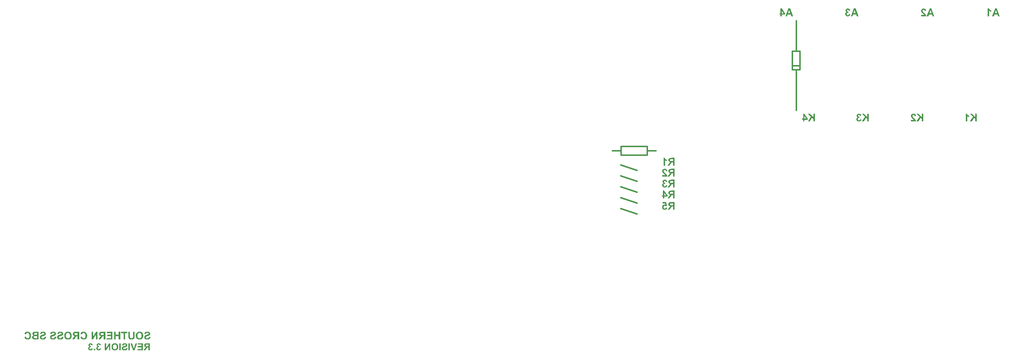
<source format=gbo>
G04 Layer_Color=65280*
%FSLAX25Y25*%
%MOIN*%
G70*
G01*
G75*
%ADD50C,0.01200*%
G36*
X1248500Y526500D02*
X1247080D01*
Y529440D01*
X1246622D01*
X1246476Y529431D01*
X1246357Y529413D01*
X1246256Y529404D01*
X1246173Y529385D01*
X1246128Y529367D01*
X1246091Y529358D01*
X1246082D01*
X1245999Y529321D01*
X1245917Y529276D01*
X1245844Y529230D01*
X1245780Y529184D01*
X1245724Y529138D01*
X1245688Y529101D01*
X1245660Y529074D01*
X1245651Y529065D01*
X1245605Y529019D01*
X1245560Y528964D01*
X1245505Y528891D01*
X1245450Y528818D01*
X1245321Y528643D01*
X1245202Y528469D01*
X1245083Y528304D01*
X1245037Y528231D01*
X1244992Y528158D01*
X1244955Y528103D01*
X1244928Y528066D01*
X1244909Y528039D01*
X1244900Y528030D01*
X1243874Y526500D01*
X1242170D01*
X1243032Y527874D01*
X1243123Y528021D01*
X1243215Y528158D01*
X1243297Y528286D01*
X1243370Y528396D01*
X1243444Y528497D01*
X1243517Y528588D01*
X1243572Y528671D01*
X1243627Y528744D01*
X1243682Y528808D01*
X1243728Y528863D01*
X1243792Y528946D01*
X1243828Y528992D01*
X1243847Y529010D01*
X1243966Y529129D01*
X1244085Y529239D01*
X1244213Y529340D01*
X1244332Y529431D01*
X1244442Y529504D01*
X1244525Y529559D01*
X1244589Y529596D01*
X1244598Y529605D01*
X1244607D01*
X1244433Y529633D01*
X1244277Y529669D01*
X1244131Y529715D01*
X1243993Y529761D01*
X1243865Y529816D01*
X1243755Y529871D01*
X1243645Y529926D01*
X1243554Y529981D01*
X1243471Y530036D01*
X1243398Y530091D01*
X1243343Y530136D01*
X1243297Y530173D01*
X1243251Y530210D01*
X1243224Y530237D01*
X1243215Y530246D01*
X1243206Y530256D01*
X1243123Y530356D01*
X1243050Y530457D01*
X1242986Y530567D01*
X1242931Y530677D01*
X1242848Y530897D01*
X1242793Y531108D01*
X1242775Y531199D01*
X1242766Y531291D01*
X1242757Y531364D01*
X1242747Y531437D01*
X1242738Y531492D01*
Y531529D01*
Y531556D01*
Y531566D01*
X1242747Y531795D01*
X1242784Y532005D01*
X1242839Y532188D01*
X1242894Y532353D01*
X1242949Y532491D01*
X1242976Y532546D01*
X1243004Y532591D01*
X1243022Y532628D01*
X1243041Y532655D01*
X1243050Y532665D01*
Y532674D01*
X1243178Y532839D01*
X1243306Y532985D01*
X1243444Y533104D01*
X1243581Y533196D01*
X1243691Y533269D01*
X1243792Y533315D01*
X1243828Y533333D01*
X1243847Y533343D01*
X1243865Y533352D01*
X1243874D01*
X1243975Y533388D01*
X1244085Y533416D01*
X1244213Y533443D01*
X1244341Y533462D01*
X1244616Y533498D01*
X1244882Y533517D01*
X1245010Y533526D01*
X1245129Y533535D01*
X1245239D01*
X1245331Y533544D01*
X1248500D01*
Y526500D01*
D02*
G37*
G36*
X713272Y403931D02*
X713455Y403906D01*
X713613Y403872D01*
X713755Y403839D01*
X713871Y403806D01*
X713963Y403772D01*
X713996Y403756D01*
X714021Y403748D01*
X714030Y403739D01*
X714038D01*
X714188Y403656D01*
X714321Y403573D01*
X714438Y403481D01*
X714530Y403389D01*
X714605Y403314D01*
X714663Y403248D01*
X714696Y403206D01*
X714705Y403189D01*
X714788Y403048D01*
X714854Y402898D01*
X714921Y402740D01*
X714963Y402590D01*
X715004Y402456D01*
X715021Y402406D01*
X715029Y402356D01*
X715038Y402315D01*
X715046Y402281D01*
X715054Y402265D01*
Y402256D01*
X713921Y402065D01*
X713897Y402215D01*
X713863Y402340D01*
X713822Y402448D01*
X713771Y402540D01*
X713730Y402606D01*
X713688Y402656D01*
X713663Y402690D01*
X713655Y402698D01*
X713563Y402773D01*
X713472Y402831D01*
X713388Y402865D01*
X713297Y402898D01*
X713222Y402914D01*
X713163Y402923D01*
X713113D01*
X712997Y402914D01*
X712897Y402889D01*
X712814Y402856D01*
X712739Y402823D01*
X712680Y402790D01*
X712639Y402756D01*
X712614Y402731D01*
X712605Y402723D01*
X712539Y402648D01*
X712489Y402565D01*
X712455Y402473D01*
X712430Y402390D01*
X712414Y402323D01*
X712405Y402256D01*
Y402223D01*
Y402206D01*
X712414Y402073D01*
X712447Y401948D01*
X712489Y401840D01*
X712539Y401757D01*
X712589Y401682D01*
X712630Y401632D01*
X712664Y401598D01*
X712672Y401590D01*
X712780Y401515D01*
X712897Y401465D01*
X713022Y401423D01*
X713147Y401398D01*
X713255Y401390D01*
X713347Y401382D01*
X713430D01*
X713563Y400382D01*
X713447Y400416D01*
X713338Y400441D01*
X713247Y400457D01*
X713163Y400474D01*
X713097D01*
X713047Y400482D01*
X713005D01*
X712872Y400474D01*
X712755Y400441D01*
X712655Y400399D01*
X712564Y400349D01*
X712497Y400290D01*
X712439Y400249D01*
X712405Y400216D01*
X712397Y400207D01*
X712314Y400099D01*
X712255Y399974D01*
X712206Y399849D01*
X712181Y399732D01*
X712164Y399624D01*
X712147Y399541D01*
Y399507D01*
Y399491D01*
Y399474D01*
Y399466D01*
X712155Y399291D01*
X712189Y399133D01*
X712230Y398999D01*
X712280Y398891D01*
X712330Y398799D01*
X712372Y398733D01*
X712405Y398699D01*
X712414Y398683D01*
X712514Y398591D01*
X712622Y398516D01*
X712730Y398466D01*
X712830Y398433D01*
X712914Y398416D01*
X712980Y398408D01*
X713030Y398400D01*
X713047D01*
X713172Y398408D01*
X713297Y398433D01*
X713397Y398475D01*
X713488Y398516D01*
X713555Y398558D01*
X713613Y398600D01*
X713647Y398624D01*
X713655Y398633D01*
X713738Y398733D01*
X713805Y398841D01*
X713863Y398958D01*
X713897Y399074D01*
X713921Y399174D01*
X713946Y399258D01*
Y399291D01*
X713955Y399316D01*
Y399324D01*
Y399333D01*
X715146Y399183D01*
X715121Y399033D01*
X715088Y398891D01*
X715054Y398766D01*
X715004Y398641D01*
X714954Y398525D01*
X714896Y398416D01*
X714838Y398316D01*
X714779Y398225D01*
X714729Y398150D01*
X714671Y398075D01*
X714621Y398017D01*
X714579Y397967D01*
X714538Y397925D01*
X714513Y397900D01*
X714496Y397883D01*
X714488Y397875D01*
X714380Y397792D01*
X714263Y397717D01*
X714138Y397650D01*
X714021Y397592D01*
X713897Y397542D01*
X713780Y397500D01*
X713555Y397442D01*
X713447Y397425D01*
X713355Y397408D01*
X713263Y397400D01*
X713188Y397392D01*
X713130Y397383D01*
X713047D01*
X712880Y397392D01*
X712714Y397408D01*
X712564Y397442D01*
X712414Y397475D01*
X712280Y397517D01*
X712155Y397567D01*
X712039Y397625D01*
X711931Y397683D01*
X711831Y397733D01*
X711747Y397792D01*
X711681Y397842D01*
X711614Y397883D01*
X711572Y397917D01*
X711531Y397950D01*
X711514Y397967D01*
X711506Y397975D01*
X711398Y398091D01*
X711306Y398208D01*
X711223Y398325D01*
X711147Y398450D01*
X711089Y398575D01*
X711039Y398691D01*
X710998Y398808D01*
X710964Y398916D01*
X710939Y399024D01*
X710923Y399116D01*
X710906Y399199D01*
X710898Y399274D01*
X710889Y399333D01*
Y399383D01*
Y399408D01*
Y399416D01*
X710906Y399624D01*
X710939Y399816D01*
X710998Y399982D01*
X711056Y400132D01*
X711114Y400249D01*
X711172Y400332D01*
X711189Y400365D01*
X711206Y400390D01*
X711223Y400399D01*
Y400407D01*
X711356Y400549D01*
X711497Y400665D01*
X711639Y400757D01*
X711781Y400824D01*
X711906Y400882D01*
X711956Y400899D01*
X712006Y400915D01*
X712047Y400924D01*
X712072Y400932D01*
X712089Y400940D01*
X712097D01*
X711931Y401040D01*
X711789Y401140D01*
X711672Y401249D01*
X711564Y401365D01*
X711472Y401473D01*
X711398Y401590D01*
X711339Y401698D01*
X711289Y401807D01*
X711247Y401907D01*
X711223Y401998D01*
X711198Y402081D01*
X711189Y402148D01*
X711181Y402206D01*
X711172Y402256D01*
Y402281D01*
Y402290D01*
X711181Y402398D01*
X711189Y402506D01*
X711247Y402706D01*
X711314Y402889D01*
X711398Y403048D01*
X711489Y403173D01*
X711522Y403231D01*
X711556Y403273D01*
X711589Y403306D01*
X711614Y403331D01*
X711622Y403348D01*
X711631Y403356D01*
X711739Y403456D01*
X711847Y403548D01*
X711964Y403623D01*
X712089Y403697D01*
X712206Y403748D01*
X712330Y403797D01*
X712447Y403839D01*
X712555Y403864D01*
X712664Y403889D01*
X712764Y403906D01*
X712855Y403922D01*
X712930Y403931D01*
X712989Y403939D01*
X713080D01*
X713272Y403931D01*
D02*
G37*
G36*
X1241511Y529788D02*
X1240421Y529633D01*
X1240329Y529724D01*
X1240247Y529807D01*
X1240155Y529871D01*
X1240064Y529926D01*
X1239890Y530017D01*
X1239734Y530082D01*
X1239596Y530118D01*
X1239532Y530127D01*
X1239487Y530136D01*
X1239441Y530146D01*
X1239386D01*
X1239221Y530127D01*
X1239074Y530091D01*
X1238946Y530045D01*
X1238836Y529981D01*
X1238754Y529917D01*
X1238690Y529871D01*
X1238644Y529834D01*
X1238635Y529816D01*
X1238534Y529678D01*
X1238461Y529523D01*
X1238415Y529358D01*
X1238378Y529202D01*
X1238360Y529056D01*
X1238351Y529001D01*
X1238342Y528946D01*
Y528900D01*
Y528863D01*
Y528845D01*
Y528836D01*
X1238351Y528588D01*
X1238387Y528378D01*
X1238433Y528204D01*
X1238488Y528057D01*
X1238543Y527938D01*
X1238589Y527856D01*
X1238626Y527810D01*
X1238635Y527792D01*
X1238754Y527682D01*
X1238873Y527599D01*
X1238992Y527535D01*
X1239102Y527498D01*
X1239203Y527471D01*
X1239276Y527462D01*
X1239331Y527453D01*
X1239349D01*
X1239487Y527462D01*
X1239606Y527498D01*
X1239716Y527535D01*
X1239807Y527590D01*
X1239890Y527636D01*
X1239945Y527682D01*
X1239990Y527709D01*
X1239999Y527718D01*
X1240091Y527828D01*
X1240164Y527947D01*
X1240228Y528066D01*
X1240265Y528176D01*
X1240293Y528286D01*
X1240320Y528369D01*
X1240329Y528424D01*
Y528433D01*
Y528442D01*
X1241676Y528295D01*
X1241648Y528130D01*
X1241612Y527984D01*
X1241566Y527837D01*
X1241511Y527709D01*
X1241456Y527581D01*
X1241392Y527462D01*
X1241328Y527361D01*
X1241264Y527269D01*
X1241199Y527178D01*
X1241144Y527105D01*
X1241090Y527040D01*
X1241044Y526986D01*
X1240998Y526949D01*
X1240971Y526921D01*
X1240952Y526903D01*
X1240943Y526894D01*
X1240824Y526802D01*
X1240696Y526720D01*
X1240567Y526656D01*
X1240439Y526592D01*
X1240302Y526546D01*
X1240174Y526500D01*
X1239917Y526436D01*
X1239807Y526418D01*
X1239697Y526399D01*
X1239606Y526390D01*
X1239523Y526381D01*
X1239450Y526372D01*
X1239358D01*
X1239139Y526381D01*
X1238928Y526408D01*
X1238726Y526454D01*
X1238543Y526518D01*
X1238378Y526592D01*
X1238223Y526665D01*
X1238076Y526756D01*
X1237948Y526839D01*
X1237838Y526931D01*
X1237737Y527013D01*
X1237645Y527086D01*
X1237581Y527160D01*
X1237526Y527224D01*
X1237481Y527269D01*
X1237462Y527297D01*
X1237453Y527306D01*
X1237361Y527434D01*
X1237288Y527572D01*
X1237215Y527700D01*
X1237160Y527837D01*
X1237068Y528094D01*
X1237013Y528332D01*
X1236995Y528442D01*
X1236977Y528543D01*
X1236968Y528634D01*
X1236958Y528708D01*
X1236949Y528772D01*
Y528818D01*
Y528845D01*
Y528854D01*
X1236958Y529046D01*
X1236977Y529230D01*
X1237004Y529404D01*
X1237050Y529559D01*
X1237096Y529715D01*
X1237142Y529853D01*
X1237206Y529981D01*
X1237261Y530100D01*
X1237316Y530201D01*
X1237371Y530292D01*
X1237426Y530375D01*
X1237471Y530439D01*
X1237517Y530494D01*
X1237545Y530530D01*
X1237563Y530549D01*
X1237572Y530558D01*
X1237691Y530677D01*
X1237819Y530778D01*
X1237948Y530860D01*
X1238076Y530943D01*
X1238204Y531007D01*
X1238323Y531052D01*
X1238451Y531098D01*
X1238561Y531135D01*
X1238671Y531162D01*
X1238772Y531181D01*
X1238864Y531199D01*
X1238946Y531208D01*
X1239001Y531217D01*
X1239093D01*
X1239267Y531208D01*
X1239432Y531181D01*
X1239587Y531144D01*
X1239734Y531108D01*
X1239844Y531062D01*
X1239935Y531025D01*
X1239972Y531007D01*
X1239999Y530998D01*
X1240009Y530988D01*
X1240018D01*
X1239798Y532188D01*
X1237261D01*
Y533452D01*
X1240815D01*
X1241511Y529788D01*
D02*
G37*
G36*
X669823Y414663D02*
X670089Y414636D01*
X670318Y414590D01*
X670428Y414572D01*
X670519Y414553D01*
X670611Y414526D01*
X670684Y414507D01*
X670757Y414480D01*
X670812Y414462D01*
X670858Y414452D01*
X670886Y414434D01*
X670904Y414425D01*
X670913D01*
X671115Y414324D01*
X671289Y414205D01*
X671435Y414086D01*
X671563Y413967D01*
X671655Y413866D01*
X671728Y413784D01*
X671765Y413720D01*
X671783Y413710D01*
Y413701D01*
X671884Y413527D01*
X671957Y413344D01*
X672012Y413179D01*
X672049Y413024D01*
X672067Y412895D01*
X672077Y412794D01*
X672086Y412758D01*
Y412730D01*
Y412712D01*
Y412703D01*
X672077Y412547D01*
X672058Y412401D01*
X672031Y412254D01*
X671985Y412126D01*
X671884Y411878D01*
X671820Y411769D01*
X671765Y411677D01*
X671701Y411585D01*
X671646Y411503D01*
X671591Y411439D01*
X671545Y411375D01*
X671499Y411338D01*
X671472Y411301D01*
X671454Y411283D01*
X671444Y411274D01*
X671353Y411201D01*
X671243Y411127D01*
X671124Y411054D01*
X671005Y410990D01*
X670739Y410871D01*
X670473Y410770D01*
X670345Y410724D01*
X670226Y410688D01*
X670116Y410660D01*
X670025Y410633D01*
X669951Y410605D01*
X669887Y410587D01*
X669851Y410578D01*
X669841D01*
X669686Y410541D01*
X669539Y410504D01*
X669411Y410468D01*
X669292Y410440D01*
X669182Y410413D01*
X669090Y410385D01*
X669008Y410358D01*
X668944Y410340D01*
X668880Y410321D01*
X668834Y410303D01*
X668788Y410294D01*
X668761Y410285D01*
X668715Y410276D01*
X668706Y410266D01*
X668577Y410220D01*
X668467Y410166D01*
X668385Y410111D01*
X668312Y410065D01*
X668257Y410028D01*
X668220Y409992D01*
X668202Y409973D01*
X668193Y409964D01*
X668147Y409900D01*
X668110Y409827D01*
X668083Y409753D01*
X668064Y409680D01*
X668055Y409625D01*
X668046Y409579D01*
Y409543D01*
Y409534D01*
X668064Y409396D01*
X668101Y409268D01*
X668156Y409149D01*
X668220Y409048D01*
X668293Y408966D01*
X668348Y408911D01*
X668385Y408865D01*
X668403Y408856D01*
X668550Y408764D01*
X668715Y408691D01*
X668880Y408645D01*
X669054Y408608D01*
X669200Y408590D01*
X669264Y408581D01*
X669328D01*
X669374Y408572D01*
X669438D01*
X669667Y408590D01*
X669869Y408627D01*
X670043Y408673D01*
X670190Y408737D01*
X670309Y408792D01*
X670391Y408847D01*
X670446Y408883D01*
X670464Y408892D01*
X670593Y409030D01*
X670703Y409195D01*
X670794Y409360D01*
X670858Y409534D01*
X670913Y409680D01*
X670931Y409744D01*
X670941Y409808D01*
X670950Y409854D01*
X670959Y409891D01*
X670968Y409909D01*
Y409918D01*
X672351Y409781D01*
X672315Y409570D01*
X672278Y409369D01*
X672223Y409176D01*
X672159Y409002D01*
X672095Y408837D01*
X672021Y408691D01*
X671948Y408563D01*
X671875Y408443D01*
X671802Y408334D01*
X671728Y408242D01*
X671673Y408169D01*
X671609Y408105D01*
X671563Y408050D01*
X671527Y408013D01*
X671509Y407995D01*
X671499Y407985D01*
X671362Y407876D01*
X671206Y407784D01*
X671041Y407701D01*
X670877Y407628D01*
X670703Y407573D01*
X670538Y407518D01*
X670208Y407445D01*
X670052Y407427D01*
X669906Y407408D01*
X669777Y407390D01*
X669667Y407381D01*
X669576Y407372D01*
X669448D01*
X669118Y407381D01*
X668825Y407408D01*
X668687Y407436D01*
X668559Y407454D01*
X668449Y407473D01*
X668339Y407500D01*
X668248Y407527D01*
X668156Y407546D01*
X668092Y407573D01*
X668028Y407592D01*
X667982Y407601D01*
X667945Y407619D01*
X667927Y407628D01*
X667918D01*
X667698Y407738D01*
X667506Y407857D01*
X667350Y407985D01*
X667212Y408114D01*
X667103Y408233D01*
X667029Y408324D01*
X667002Y408361D01*
X666984Y408389D01*
X666965Y408398D01*
Y408407D01*
X666855Y408608D01*
X666773Y408810D01*
X666709Y409002D01*
X666672Y409176D01*
X666645Y409332D01*
X666635Y409396D01*
Y409451D01*
X666626Y409488D01*
Y409524D01*
Y409543D01*
Y409552D01*
X666635Y409790D01*
X666672Y410010D01*
X666718Y410202D01*
X666764Y410358D01*
X666819Y410495D01*
X666846Y410541D01*
X666864Y410587D01*
X666883Y410624D01*
X666901Y410651D01*
X666910Y410660D01*
Y410669D01*
X667029Y410834D01*
X667148Y410972D01*
X667277Y411100D01*
X667405Y411201D01*
X667515Y411283D01*
X667606Y411347D01*
X667643Y411366D01*
X667670Y411384D01*
X667680Y411393D01*
X667689D01*
X667790Y411439D01*
X667900Y411494D01*
X668138Y411585D01*
X668394Y411668D01*
X668642Y411750D01*
X668751Y411787D01*
X668861Y411814D01*
X668962Y411842D01*
X669044Y411860D01*
X669118Y411878D01*
X669173Y411897D01*
X669209Y411906D01*
X669219D01*
X669402Y411952D01*
X669576Y411998D01*
X669722Y412043D01*
X669860Y412080D01*
X669979Y412126D01*
X670089Y412162D01*
X670180Y412199D01*
X670254Y412236D01*
X670327Y412263D01*
X670382Y412291D01*
X670428Y412318D01*
X670464Y412336D01*
X670492Y412355D01*
X670510Y412364D01*
X670519Y412373D01*
X670593Y412446D01*
X670638Y412520D01*
X670675Y412593D01*
X670703Y412657D01*
X670721Y412712D01*
X670730Y412767D01*
Y412794D01*
Y412804D01*
X670721Y412904D01*
X670693Y412987D01*
X670657Y413060D01*
X670620Y413124D01*
X670583Y413179D01*
X670547Y413216D01*
X670519Y413234D01*
X670510Y413243D01*
X670373Y413326D01*
X670208Y413390D01*
X670052Y413436D01*
X669896Y413472D01*
X669750Y413491D01*
X669695D01*
X669640Y413500D01*
X669539D01*
X669328Y413491D01*
X669145Y413463D01*
X668990Y413426D01*
X668870Y413381D01*
X668770Y413335D01*
X668696Y413298D01*
X668660Y413271D01*
X668642Y413262D01*
X668541Y413161D01*
X668449Y413042D01*
X668385Y412914D01*
X668330Y412785D01*
X668293Y412666D01*
X668266Y412575D01*
X668257Y412538D01*
X668248Y412510D01*
Y412492D01*
Y412483D01*
X666828Y412538D01*
X666837Y412712D01*
X666864Y412886D01*
X666910Y413042D01*
X666956Y413188D01*
X667011Y413326D01*
X667066Y413454D01*
X667130Y413573D01*
X667194Y413674D01*
X667258Y413775D01*
X667322Y413857D01*
X667377Y413921D01*
X667423Y413985D01*
X667469Y414031D01*
X667506Y414059D01*
X667524Y414077D01*
X667533Y414086D01*
X667661Y414187D01*
X667808Y414278D01*
X667964Y414361D01*
X668128Y414425D01*
X668293Y414480D01*
X668458Y414526D01*
X668779Y414599D01*
X668935Y414627D01*
X669072Y414645D01*
X669200Y414654D01*
X669310Y414663D01*
X669402Y414672D01*
X669530D01*
X669823Y414663D01*
D02*
G37*
G36*
X720727Y403931D02*
X720910Y403906D01*
X721069Y403872D01*
X721210Y403839D01*
X721327Y403806D01*
X721418Y403772D01*
X721452Y403756D01*
X721477Y403748D01*
X721485Y403739D01*
X721493D01*
X721643Y403656D01*
X721777Y403573D01*
X721893Y403481D01*
X721985Y403389D01*
X722060Y403314D01*
X722118Y403248D01*
X722152Y403206D01*
X722160Y403189D01*
X722243Y403048D01*
X722310Y402898D01*
X722376Y402740D01*
X722418Y402590D01*
X722460Y402456D01*
X722476Y402406D01*
X722485Y402356D01*
X722493Y402315D01*
X722501Y402281D01*
X722510Y402265D01*
Y402256D01*
X721377Y402065D01*
X721352Y402215D01*
X721318Y402340D01*
X721277Y402448D01*
X721227Y402540D01*
X721185Y402606D01*
X721143Y402656D01*
X721119Y402690D01*
X721110Y402698D01*
X721019Y402773D01*
X720927Y402831D01*
X720844Y402865D01*
X720752Y402898D01*
X720677Y402914D01*
X720619Y402923D01*
X720569D01*
X720452Y402914D01*
X720352Y402889D01*
X720269Y402856D01*
X720194Y402823D01*
X720136Y402790D01*
X720094Y402756D01*
X720069Y402731D01*
X720061Y402723D01*
X719994Y402648D01*
X719944Y402565D01*
X719911Y402473D01*
X719886Y402390D01*
X719869Y402323D01*
X719861Y402256D01*
Y402223D01*
Y402206D01*
X719869Y402073D01*
X719902Y401948D01*
X719944Y401840D01*
X719994Y401757D01*
X720044Y401682D01*
X720086Y401632D01*
X720119Y401598D01*
X720127Y401590D01*
X720236Y401515D01*
X720352Y401465D01*
X720477Y401423D01*
X720602Y401398D01*
X720710Y401390D01*
X720802Y401382D01*
X720885D01*
X721019Y400382D01*
X720902Y400416D01*
X720794Y400441D01*
X720702Y400457D01*
X720619Y400474D01*
X720552D01*
X720502Y400482D01*
X720461D01*
X720327Y400474D01*
X720211Y400441D01*
X720111Y400399D01*
X720019Y400349D01*
X719952Y400290D01*
X719894Y400249D01*
X719861Y400216D01*
X719852Y400207D01*
X719769Y400099D01*
X719711Y399974D01*
X719661Y399849D01*
X719636Y399732D01*
X719619Y399624D01*
X719602Y399541D01*
Y399507D01*
Y399491D01*
Y399474D01*
Y399466D01*
X719611Y399291D01*
X719644Y399133D01*
X719686Y398999D01*
X719736Y398891D01*
X719786Y398799D01*
X719827Y398733D01*
X719861Y398699D01*
X719869Y398683D01*
X719969Y398591D01*
X720077Y398516D01*
X720186Y398466D01*
X720286Y398433D01*
X720369Y398416D01*
X720435Y398408D01*
X720485Y398400D01*
X720502D01*
X720627Y398408D01*
X720752Y398433D01*
X720852Y398475D01*
X720944Y398516D01*
X721010Y398558D01*
X721069Y398600D01*
X721102Y398624D01*
X721110Y398633D01*
X721194Y398733D01*
X721260Y398841D01*
X721318Y398958D01*
X721352Y399074D01*
X721377Y399174D01*
X721402Y399258D01*
Y399291D01*
X721410Y399316D01*
Y399324D01*
Y399333D01*
X722601Y399183D01*
X722576Y399033D01*
X722543Y398891D01*
X722510Y398766D01*
X722460Y398641D01*
X722410Y398525D01*
X722351Y398416D01*
X722293Y398316D01*
X722235Y398225D01*
X722185Y398150D01*
X722126Y398075D01*
X722077Y398017D01*
X722035Y397967D01*
X721993Y397925D01*
X721968Y397900D01*
X721952Y397883D01*
X721943Y397875D01*
X721835Y397792D01*
X721718Y397717D01*
X721593Y397650D01*
X721477Y397592D01*
X721352Y397542D01*
X721235Y397500D01*
X721010Y397442D01*
X720902Y397425D01*
X720810Y397408D01*
X720719Y397400D01*
X720644Y397392D01*
X720585Y397383D01*
X720502D01*
X720335Y397392D01*
X720169Y397408D01*
X720019Y397442D01*
X719869Y397475D01*
X719736Y397517D01*
X719611Y397567D01*
X719494Y397625D01*
X719386Y397683D01*
X719286Y397733D01*
X719203Y397792D01*
X719136Y397842D01*
X719069Y397883D01*
X719028Y397917D01*
X718986Y397950D01*
X718969Y397967D01*
X718961Y397975D01*
X718853Y398091D01*
X718761Y398208D01*
X718678Y398325D01*
X718603Y398450D01*
X718545Y398575D01*
X718495Y398691D01*
X718453Y398808D01*
X718420Y398916D01*
X718395Y399024D01*
X718378Y399116D01*
X718361Y399199D01*
X718353Y399274D01*
X718345Y399333D01*
Y399383D01*
Y399408D01*
Y399416D01*
X718361Y399624D01*
X718395Y399816D01*
X718453Y399982D01*
X718511Y400132D01*
X718570Y400249D01*
X718628Y400332D01*
X718645Y400365D01*
X718661Y400390D01*
X718678Y400399D01*
Y400407D01*
X718811Y400549D01*
X718953Y400665D01*
X719094Y400757D01*
X719236Y400824D01*
X719361Y400882D01*
X719411Y400899D01*
X719461Y400915D01*
X719502Y400924D01*
X719527Y400932D01*
X719544Y400940D01*
X719553D01*
X719386Y401040D01*
X719244Y401140D01*
X719128Y401249D01*
X719019Y401365D01*
X718928Y401473D01*
X718853Y401590D01*
X718794Y401698D01*
X718745Y401807D01*
X718703Y401907D01*
X718678Y401998D01*
X718653Y402081D01*
X718645Y402148D01*
X718636Y402206D01*
X718628Y402256D01*
Y402281D01*
Y402290D01*
X718636Y402398D01*
X718645Y402506D01*
X718703Y402706D01*
X718770Y402889D01*
X718853Y403048D01*
X718944Y403173D01*
X718978Y403231D01*
X719011Y403273D01*
X719044Y403306D01*
X719069Y403331D01*
X719078Y403348D01*
X719086Y403356D01*
X719194Y403456D01*
X719303Y403548D01*
X719419Y403623D01*
X719544Y403697D01*
X719661Y403748D01*
X719786Y403797D01*
X719902Y403839D01*
X720011Y403864D01*
X720119Y403889D01*
X720219Y403906D01*
X720310Y403922D01*
X720386Y403931D01*
X720444Y403939D01*
X720536D01*
X720727Y403931D01*
D02*
G37*
G36*
X740300Y407500D02*
X738880D01*
Y410578D01*
X736087D01*
Y407500D01*
X734667D01*
Y414544D01*
X736087D01*
Y411769D01*
X738880D01*
Y414544D01*
X740300D01*
Y407500D01*
D02*
G37*
G36*
X1241932Y539592D02*
Y538420D01*
X1239056D01*
Y537000D01*
X1237746D01*
Y538420D01*
X1236876D01*
Y539601D01*
X1237746D01*
Y544071D01*
X1238891D01*
X1241932Y539592D01*
D02*
G37*
G36*
X753447Y397500D02*
X752065D01*
X749765Y403906D01*
X751140D01*
X752714Y399166D01*
X754330Y403906D01*
X755730D01*
X753447Y397500D01*
D02*
G37*
G36*
X1239688Y554072D02*
X1239890Y554044D01*
X1240064Y554007D01*
X1240219Y553971D01*
X1240348Y553934D01*
X1240448Y553897D01*
X1240485Y553879D01*
X1240512Y553870D01*
X1240522Y553861D01*
X1240531D01*
X1240696Y553769D01*
X1240842Y553678D01*
X1240971Y553577D01*
X1241071Y553476D01*
X1241154Y553394D01*
X1241218Y553320D01*
X1241254Y553275D01*
X1241264Y553256D01*
X1241355Y553101D01*
X1241428Y552936D01*
X1241502Y552762D01*
X1241548Y552597D01*
X1241593Y552450D01*
X1241612Y552395D01*
X1241621Y552340D01*
X1241630Y552294D01*
X1241639Y552258D01*
X1241648Y552240D01*
Y552230D01*
X1240403Y552020D01*
X1240375Y552185D01*
X1240338Y552322D01*
X1240293Y552441D01*
X1240238Y552542D01*
X1240192Y552615D01*
X1240146Y552670D01*
X1240119Y552707D01*
X1240109Y552716D01*
X1240009Y552798D01*
X1239908Y552862D01*
X1239816Y552899D01*
X1239716Y552936D01*
X1239633Y552954D01*
X1239569Y552963D01*
X1239514D01*
X1239386Y552954D01*
X1239276Y552926D01*
X1239184Y552890D01*
X1239102Y552853D01*
X1239038Y552817D01*
X1238992Y552780D01*
X1238964Y552752D01*
X1238955Y552743D01*
X1238882Y552661D01*
X1238827Y552569D01*
X1238790Y552468D01*
X1238763Y552377D01*
X1238745Y552304D01*
X1238735Y552230D01*
Y552194D01*
Y552175D01*
X1238745Y552029D01*
X1238781Y551891D01*
X1238827Y551772D01*
X1238882Y551681D01*
X1238937Y551598D01*
X1238983Y551543D01*
X1239019Y551507D01*
X1239029Y551498D01*
X1239148Y551415D01*
X1239276Y551360D01*
X1239413Y551314D01*
X1239551Y551287D01*
X1239670Y551278D01*
X1239771Y551269D01*
X1239862D01*
X1240009Y550169D01*
X1239880Y550206D01*
X1239761Y550234D01*
X1239661Y550252D01*
X1239569Y550270D01*
X1239496D01*
X1239441Y550279D01*
X1239395D01*
X1239248Y550270D01*
X1239120Y550234D01*
X1239010Y550188D01*
X1238910Y550133D01*
X1238836Y550069D01*
X1238772Y550023D01*
X1238735Y549986D01*
X1238726Y549977D01*
X1238635Y549858D01*
X1238571Y549720D01*
X1238516Y549583D01*
X1238488Y549455D01*
X1238470Y549336D01*
X1238451Y549244D01*
Y549208D01*
Y549189D01*
Y549171D01*
Y549162D01*
X1238461Y548969D01*
X1238497Y548795D01*
X1238543Y548649D01*
X1238598Y548530D01*
X1238653Y548429D01*
X1238699Y548356D01*
X1238735Y548319D01*
X1238745Y548301D01*
X1238855Y548200D01*
X1238974Y548117D01*
X1239093Y548063D01*
X1239203Y548026D01*
X1239294Y548008D01*
X1239367Y547998D01*
X1239422Y547989D01*
X1239441D01*
X1239578Y547998D01*
X1239716Y548026D01*
X1239826Y548072D01*
X1239926Y548117D01*
X1239999Y548163D01*
X1240064Y548209D01*
X1240100Y548237D01*
X1240109Y548246D01*
X1240201Y548356D01*
X1240274Y548475D01*
X1240338Y548603D01*
X1240375Y548731D01*
X1240403Y548841D01*
X1240430Y548933D01*
Y548969D01*
X1240439Y548997D01*
Y549006D01*
Y549015D01*
X1241749Y548850D01*
X1241722Y548685D01*
X1241685Y548530D01*
X1241648Y548392D01*
X1241593Y548255D01*
X1241538Y548127D01*
X1241474Y548008D01*
X1241410Y547898D01*
X1241346Y547797D01*
X1241291Y547715D01*
X1241227Y547632D01*
X1241172Y547568D01*
X1241126Y547513D01*
X1241080Y547467D01*
X1241053Y547440D01*
X1241035Y547421D01*
X1241025Y547412D01*
X1240906Y547321D01*
X1240778Y547238D01*
X1240641Y547165D01*
X1240512Y547101D01*
X1240375Y547046D01*
X1240247Y547000D01*
X1239999Y546936D01*
X1239880Y546918D01*
X1239780Y546899D01*
X1239679Y546890D01*
X1239596Y546881D01*
X1239532Y546872D01*
X1239441D01*
X1239258Y546881D01*
X1239074Y546899D01*
X1238910Y546936D01*
X1238745Y546973D01*
X1238598Y547018D01*
X1238461Y547073D01*
X1238332Y547137D01*
X1238213Y547201D01*
X1238103Y547257D01*
X1238012Y547321D01*
X1237938Y547376D01*
X1237865Y547421D01*
X1237819Y547458D01*
X1237774Y547495D01*
X1237755Y547513D01*
X1237746Y547522D01*
X1237627Y547650D01*
X1237526Y547779D01*
X1237435Y547907D01*
X1237352Y548044D01*
X1237288Y548182D01*
X1237233Y548310D01*
X1237187Y548438D01*
X1237151Y548557D01*
X1237123Y548676D01*
X1237105Y548777D01*
X1237087Y548869D01*
X1237078Y548951D01*
X1237068Y549015D01*
Y549070D01*
Y549098D01*
Y549107D01*
X1237087Y549336D01*
X1237123Y549546D01*
X1237187Y549730D01*
X1237251Y549895D01*
X1237316Y550023D01*
X1237380Y550114D01*
X1237398Y550151D01*
X1237416Y550178D01*
X1237435Y550188D01*
Y550197D01*
X1237581Y550353D01*
X1237737Y550481D01*
X1237893Y550582D01*
X1238048Y550655D01*
X1238186Y550719D01*
X1238241Y550737D01*
X1238296Y550756D01*
X1238342Y550765D01*
X1238369Y550774D01*
X1238387Y550783D01*
X1238396D01*
X1238213Y550893D01*
X1238058Y551003D01*
X1237929Y551122D01*
X1237810Y551250D01*
X1237710Y551369D01*
X1237627Y551498D01*
X1237563Y551617D01*
X1237508Y551736D01*
X1237462Y551846D01*
X1237435Y551946D01*
X1237407Y552038D01*
X1237398Y552111D01*
X1237389Y552175D01*
X1237380Y552230D01*
Y552258D01*
Y552267D01*
X1237389Y552386D01*
X1237398Y552505D01*
X1237462Y552725D01*
X1237535Y552926D01*
X1237627Y553101D01*
X1237728Y553238D01*
X1237764Y553302D01*
X1237801Y553348D01*
X1237838Y553384D01*
X1237865Y553412D01*
X1237874Y553430D01*
X1237884Y553440D01*
X1238003Y553549D01*
X1238122Y553650D01*
X1238250Y553733D01*
X1238387Y553815D01*
X1238516Y553870D01*
X1238653Y553925D01*
X1238781Y553971D01*
X1238900Y553998D01*
X1239019Y554026D01*
X1239129Y554044D01*
X1239230Y554062D01*
X1239312Y554072D01*
X1239377Y554081D01*
X1239477D01*
X1239688Y554072D01*
D02*
G37*
G36*
X1248500Y557000D02*
X1247080D01*
Y559940D01*
X1246622D01*
X1246476Y559931D01*
X1246357Y559913D01*
X1246256Y559904D01*
X1246173Y559885D01*
X1246128Y559867D01*
X1246091Y559858D01*
X1246082D01*
X1245999Y559821D01*
X1245917Y559775D01*
X1245844Y559730D01*
X1245780Y559684D01*
X1245724Y559638D01*
X1245688Y559601D01*
X1245660Y559574D01*
X1245651Y559565D01*
X1245605Y559519D01*
X1245560Y559464D01*
X1245505Y559391D01*
X1245450Y559317D01*
X1245321Y559143D01*
X1245202Y558969D01*
X1245083Y558805D01*
X1245037Y558731D01*
X1244992Y558658D01*
X1244955Y558603D01*
X1244928Y558566D01*
X1244909Y558539D01*
X1244900Y558530D01*
X1243874Y557000D01*
X1242170D01*
X1243032Y558374D01*
X1243123Y558521D01*
X1243215Y558658D01*
X1243297Y558786D01*
X1243370Y558896D01*
X1243444Y558997D01*
X1243517Y559089D01*
X1243572Y559171D01*
X1243627Y559244D01*
X1243682Y559308D01*
X1243728Y559363D01*
X1243792Y559446D01*
X1243828Y559491D01*
X1243847Y559510D01*
X1243966Y559629D01*
X1244085Y559739D01*
X1244213Y559840D01*
X1244332Y559931D01*
X1244442Y560005D01*
X1244525Y560059D01*
X1244589Y560096D01*
X1244598Y560105D01*
X1244607D01*
X1244433Y560133D01*
X1244277Y560169D01*
X1244131Y560215D01*
X1243993Y560261D01*
X1243865Y560316D01*
X1243755Y560371D01*
X1243645Y560426D01*
X1243554Y560481D01*
X1243471Y560536D01*
X1243398Y560591D01*
X1243343Y560637D01*
X1243297Y560673D01*
X1243251Y560710D01*
X1243224Y560737D01*
X1243215Y560746D01*
X1243206Y560756D01*
X1243123Y560856D01*
X1243050Y560957D01*
X1242986Y561067D01*
X1242931Y561177D01*
X1242848Y561397D01*
X1242793Y561608D01*
X1242775Y561699D01*
X1242766Y561791D01*
X1242757Y561864D01*
X1242747Y561937D01*
X1242738Y561992D01*
Y562029D01*
Y562056D01*
Y562066D01*
X1242747Y562294D01*
X1242784Y562505D01*
X1242839Y562688D01*
X1242894Y562853D01*
X1242949Y562991D01*
X1242976Y563046D01*
X1243004Y563091D01*
X1243022Y563128D01*
X1243041Y563156D01*
X1243050Y563165D01*
Y563174D01*
X1243178Y563339D01*
X1243306Y563485D01*
X1243444Y563604D01*
X1243581Y563696D01*
X1243691Y563769D01*
X1243792Y563815D01*
X1243828Y563833D01*
X1243847Y563842D01*
X1243865Y563852D01*
X1243874D01*
X1243975Y563888D01*
X1244085Y563916D01*
X1244213Y563943D01*
X1244341Y563962D01*
X1244616Y563998D01*
X1244882Y564017D01*
X1245010Y564026D01*
X1245129Y564035D01*
X1245239D01*
X1245331Y564044D01*
X1248500D01*
Y557000D01*
D02*
G37*
G36*
Y537000D02*
X1247080D01*
Y539940D01*
X1246622D01*
X1246476Y539931D01*
X1246357Y539913D01*
X1246256Y539904D01*
X1246173Y539885D01*
X1246128Y539867D01*
X1246091Y539858D01*
X1246082D01*
X1245999Y539821D01*
X1245917Y539776D01*
X1245844Y539730D01*
X1245780Y539684D01*
X1245724Y539638D01*
X1245688Y539601D01*
X1245660Y539574D01*
X1245651Y539565D01*
X1245605Y539519D01*
X1245560Y539464D01*
X1245505Y539391D01*
X1245450Y539318D01*
X1245321Y539143D01*
X1245202Y538969D01*
X1245083Y538804D01*
X1245037Y538731D01*
X1244992Y538658D01*
X1244955Y538603D01*
X1244928Y538566D01*
X1244909Y538539D01*
X1244900Y538530D01*
X1243874Y537000D01*
X1242170D01*
X1243032Y538374D01*
X1243123Y538521D01*
X1243215Y538658D01*
X1243297Y538786D01*
X1243370Y538896D01*
X1243444Y538997D01*
X1243517Y539088D01*
X1243572Y539171D01*
X1243627Y539244D01*
X1243682Y539308D01*
X1243728Y539363D01*
X1243792Y539446D01*
X1243828Y539492D01*
X1243847Y539510D01*
X1243966Y539629D01*
X1244085Y539739D01*
X1244213Y539840D01*
X1244332Y539931D01*
X1244442Y540004D01*
X1244525Y540059D01*
X1244589Y540096D01*
X1244598Y540105D01*
X1244607D01*
X1244433Y540133D01*
X1244277Y540169D01*
X1244131Y540215D01*
X1243993Y540261D01*
X1243865Y540316D01*
X1243755Y540371D01*
X1243645Y540426D01*
X1243554Y540481D01*
X1243471Y540536D01*
X1243398Y540591D01*
X1243343Y540636D01*
X1243297Y540673D01*
X1243251Y540710D01*
X1243224Y540737D01*
X1243215Y540746D01*
X1243206Y540756D01*
X1243123Y540856D01*
X1243050Y540957D01*
X1242986Y541067D01*
X1242931Y541177D01*
X1242848Y541397D01*
X1242793Y541608D01*
X1242775Y541699D01*
X1242766Y541791D01*
X1242757Y541864D01*
X1242747Y541937D01*
X1242738Y541992D01*
Y542029D01*
Y542056D01*
Y542065D01*
X1242747Y542295D01*
X1242784Y542505D01*
X1242839Y542688D01*
X1242894Y542853D01*
X1242949Y542991D01*
X1242976Y543046D01*
X1243004Y543091D01*
X1243022Y543128D01*
X1243041Y543155D01*
X1243050Y543165D01*
Y543174D01*
X1243178Y543339D01*
X1243306Y543485D01*
X1243444Y543604D01*
X1243581Y543696D01*
X1243691Y543769D01*
X1243792Y543815D01*
X1243828Y543833D01*
X1243847Y543843D01*
X1243865Y543852D01*
X1243874D01*
X1243975Y543888D01*
X1244085Y543916D01*
X1244213Y543943D01*
X1244341Y543962D01*
X1244616Y543998D01*
X1244882Y544017D01*
X1245010Y544026D01*
X1245129Y544035D01*
X1245239D01*
X1245331Y544044D01*
X1248500D01*
Y537000D01*
D02*
G37*
G36*
X731223Y397500D02*
X730023D01*
Y401690D01*
X727433Y397500D01*
X726133D01*
Y403906D01*
X727333D01*
Y399616D01*
X729973Y403906D01*
X731223D01*
Y397500D01*
D02*
G37*
G36*
X1248500Y547000D02*
X1247080D01*
Y549940D01*
X1246622D01*
X1246476Y549931D01*
X1246357Y549913D01*
X1246256Y549904D01*
X1246173Y549885D01*
X1246128Y549867D01*
X1246091Y549858D01*
X1246082D01*
X1245999Y549821D01*
X1245917Y549776D01*
X1245844Y549730D01*
X1245780Y549684D01*
X1245724Y549638D01*
X1245688Y549601D01*
X1245660Y549574D01*
X1245651Y549565D01*
X1245605Y549519D01*
X1245560Y549464D01*
X1245505Y549391D01*
X1245450Y549318D01*
X1245321Y549143D01*
X1245202Y548969D01*
X1245083Y548805D01*
X1245037Y548731D01*
X1244992Y548658D01*
X1244955Y548603D01*
X1244928Y548566D01*
X1244909Y548539D01*
X1244900Y548530D01*
X1243874Y547000D01*
X1242170D01*
X1243032Y548374D01*
X1243123Y548521D01*
X1243215Y548658D01*
X1243297Y548786D01*
X1243370Y548896D01*
X1243444Y548997D01*
X1243517Y549088D01*
X1243572Y549171D01*
X1243627Y549244D01*
X1243682Y549308D01*
X1243728Y549363D01*
X1243792Y549446D01*
X1243828Y549492D01*
X1243847Y549510D01*
X1243966Y549629D01*
X1244085Y549739D01*
X1244213Y549840D01*
X1244332Y549931D01*
X1244442Y550004D01*
X1244525Y550059D01*
X1244589Y550096D01*
X1244598Y550105D01*
X1244607D01*
X1244433Y550133D01*
X1244277Y550169D01*
X1244131Y550215D01*
X1243993Y550261D01*
X1243865Y550316D01*
X1243755Y550371D01*
X1243645Y550426D01*
X1243554Y550481D01*
X1243471Y550536D01*
X1243398Y550591D01*
X1243343Y550636D01*
X1243297Y550673D01*
X1243251Y550710D01*
X1243224Y550737D01*
X1243215Y550746D01*
X1243206Y550756D01*
X1243123Y550856D01*
X1243050Y550957D01*
X1242986Y551067D01*
X1242931Y551177D01*
X1242848Y551397D01*
X1242793Y551608D01*
X1242775Y551699D01*
X1242766Y551791D01*
X1242757Y551864D01*
X1242747Y551937D01*
X1242738Y551992D01*
Y552029D01*
Y552056D01*
Y552066D01*
X1242747Y552294D01*
X1242784Y552505D01*
X1242839Y552688D01*
X1242894Y552853D01*
X1242949Y552991D01*
X1242976Y553046D01*
X1243004Y553091D01*
X1243022Y553128D01*
X1243041Y553156D01*
X1243050Y553165D01*
Y553174D01*
X1243178Y553339D01*
X1243306Y553485D01*
X1243444Y553604D01*
X1243581Y553696D01*
X1243691Y553769D01*
X1243792Y553815D01*
X1243828Y553833D01*
X1243847Y553842D01*
X1243865Y553852D01*
X1243874D01*
X1243975Y553888D01*
X1244085Y553916D01*
X1244213Y553943D01*
X1244341Y553962D01*
X1244616Y553998D01*
X1244882Y554017D01*
X1245010Y554026D01*
X1245129Y554035D01*
X1245239D01*
X1245331Y554044D01*
X1248500D01*
Y547000D01*
D02*
G37*
G36*
X679111Y414663D02*
X679377Y414636D01*
X679606Y414590D01*
X679716Y414572D01*
X679808Y414553D01*
X679899Y414526D01*
X679972Y414507D01*
X680046Y414480D01*
X680101Y414462D01*
X680146Y414452D01*
X680174Y414434D01*
X680192Y414425D01*
X680201D01*
X680403Y414324D01*
X680577Y414205D01*
X680723Y414086D01*
X680852Y413967D01*
X680943Y413866D01*
X681017Y413784D01*
X681053Y413720D01*
X681072Y413710D01*
Y413701D01*
X681172Y413527D01*
X681246Y413344D01*
X681301Y413179D01*
X681337Y413024D01*
X681356Y412895D01*
X681365Y412794D01*
X681374Y412758D01*
Y412730D01*
Y412712D01*
Y412703D01*
X681365Y412547D01*
X681346Y412401D01*
X681319Y412254D01*
X681273Y412126D01*
X681172Y411878D01*
X681108Y411769D01*
X681053Y411677D01*
X680989Y411585D01*
X680934Y411503D01*
X680879Y411439D01*
X680833Y411375D01*
X680788Y411338D01*
X680760Y411301D01*
X680742Y411283D01*
X680733Y411274D01*
X680641Y411201D01*
X680531Y411127D01*
X680412Y411054D01*
X680293Y410990D01*
X680027Y410871D01*
X679762Y410770D01*
X679634Y410724D01*
X679514Y410688D01*
X679404Y410660D01*
X679313Y410633D01*
X679240Y410605D01*
X679176Y410587D01*
X679139Y410578D01*
X679130D01*
X678974Y410541D01*
X678827Y410504D01*
X678699Y410468D01*
X678580Y410440D01*
X678470Y410413D01*
X678379Y410385D01*
X678296Y410358D01*
X678232Y410340D01*
X678168Y410321D01*
X678122Y410303D01*
X678076Y410294D01*
X678049Y410285D01*
X678003Y410276D01*
X677994Y410266D01*
X677866Y410220D01*
X677756Y410166D01*
X677673Y410111D01*
X677600Y410065D01*
X677545Y410028D01*
X677508Y409992D01*
X677490Y409973D01*
X677481Y409964D01*
X677435Y409900D01*
X677398Y409827D01*
X677371Y409753D01*
X677353Y409680D01*
X677344Y409625D01*
X677334Y409579D01*
Y409543D01*
Y409534D01*
X677353Y409396D01*
X677389Y409268D01*
X677444Y409149D01*
X677508Y409048D01*
X677582Y408966D01*
X677637Y408911D01*
X677673Y408865D01*
X677692Y408856D01*
X677838Y408764D01*
X678003Y408691D01*
X678168Y408645D01*
X678342Y408608D01*
X678488Y408590D01*
X678553Y408581D01*
X678617D01*
X678662Y408572D01*
X678727D01*
X678956Y408590D01*
X679157Y408627D01*
X679331Y408673D01*
X679478Y408737D01*
X679597Y408792D01*
X679679Y408847D01*
X679734Y408883D01*
X679753Y408892D01*
X679881Y409030D01*
X679991Y409195D01*
X680082Y409360D01*
X680146Y409534D01*
X680201Y409680D01*
X680220Y409744D01*
X680229Y409808D01*
X680238Y409854D01*
X680247Y409891D01*
X680256Y409909D01*
Y409918D01*
X681639Y409781D01*
X681603Y409570D01*
X681566Y409369D01*
X681511Y409176D01*
X681447Y409002D01*
X681383Y408837D01*
X681310Y408691D01*
X681237Y408563D01*
X681163Y408443D01*
X681090Y408334D01*
X681017Y408242D01*
X680962Y408169D01*
X680898Y408105D01*
X680852Y408050D01*
X680815Y408013D01*
X680797Y407995D01*
X680788Y407985D01*
X680650Y407876D01*
X680494Y407784D01*
X680330Y407701D01*
X680165Y407628D01*
X679991Y407573D01*
X679826Y407518D01*
X679496Y407445D01*
X679340Y407427D01*
X679194Y407408D01*
X679066Y407390D01*
X678956Y407381D01*
X678864Y407372D01*
X678736D01*
X678406Y407381D01*
X678113Y407408D01*
X677976Y407436D01*
X677847Y407454D01*
X677737Y407473D01*
X677627Y407500D01*
X677536Y407527D01*
X677444Y407546D01*
X677380Y407573D01*
X677316Y407592D01*
X677270Y407601D01*
X677234Y407619D01*
X677215Y407628D01*
X677206D01*
X676986Y407738D01*
X676794Y407857D01*
X676638Y407985D01*
X676501Y408114D01*
X676391Y408233D01*
X676318Y408324D01*
X676290Y408361D01*
X676272Y408389D01*
X676253Y408398D01*
Y408407D01*
X676144Y408608D01*
X676061Y408810D01*
X675997Y409002D01*
X675960Y409176D01*
X675933Y409332D01*
X675924Y409396D01*
Y409451D01*
X675914Y409488D01*
Y409524D01*
Y409543D01*
Y409552D01*
X675924Y409790D01*
X675960Y410010D01*
X676006Y410202D01*
X676052Y410358D01*
X676107Y410495D01*
X676134Y410541D01*
X676153Y410587D01*
X676171Y410624D01*
X676189Y410651D01*
X676198Y410660D01*
Y410669D01*
X676318Y410834D01*
X676437Y410972D01*
X676565Y411100D01*
X676693Y411201D01*
X676803Y411283D01*
X676895Y411347D01*
X676931Y411366D01*
X676959Y411384D01*
X676968Y411393D01*
X676977D01*
X677078Y411439D01*
X677188Y411494D01*
X677426Y411585D01*
X677682Y411668D01*
X677930Y411750D01*
X678040Y411787D01*
X678150Y411814D01*
X678250Y411842D01*
X678333Y411860D01*
X678406Y411878D01*
X678461Y411897D01*
X678498Y411906D01*
X678507D01*
X678690Y411952D01*
X678864Y411998D01*
X679011Y412043D01*
X679148Y412080D01*
X679267Y412126D01*
X679377Y412162D01*
X679469Y412199D01*
X679542Y412236D01*
X679615Y412263D01*
X679670Y412291D01*
X679716Y412318D01*
X679753Y412336D01*
X679780Y412355D01*
X679798Y412364D01*
X679808Y412373D01*
X679881Y412446D01*
X679927Y412520D01*
X679963Y412593D01*
X679991Y412657D01*
X680009Y412712D01*
X680018Y412767D01*
Y412794D01*
Y412804D01*
X680009Y412904D01*
X679982Y412987D01*
X679945Y413060D01*
X679908Y413124D01*
X679872Y413179D01*
X679835Y413216D01*
X679808Y413234D01*
X679798Y413243D01*
X679661Y413326D01*
X679496Y413390D01*
X679340Y413436D01*
X679185Y413472D01*
X679038Y413491D01*
X678983D01*
X678928Y413500D01*
X678827D01*
X678617Y413491D01*
X678434Y413463D01*
X678278Y413426D01*
X678159Y413381D01*
X678058Y413335D01*
X677985Y413298D01*
X677948Y413271D01*
X677930Y413262D01*
X677829Y413161D01*
X677737Y413042D01*
X677673Y412914D01*
X677618Y412785D01*
X677582Y412666D01*
X677554Y412575D01*
X677545Y412538D01*
X677536Y412510D01*
Y412492D01*
Y412483D01*
X676116Y412538D01*
X676125Y412712D01*
X676153Y412886D01*
X676198Y413042D01*
X676244Y413188D01*
X676299Y413326D01*
X676354Y413454D01*
X676418Y413573D01*
X676482Y413674D01*
X676547Y413775D01*
X676611Y413857D01*
X676666Y413921D01*
X676711Y413985D01*
X676757Y414031D01*
X676794Y414059D01*
X676812Y414077D01*
X676821Y414086D01*
X676950Y414187D01*
X677096Y414278D01*
X677252Y414361D01*
X677417Y414425D01*
X677582Y414480D01*
X677746Y414526D01*
X678067Y414599D01*
X678223Y414627D01*
X678360Y414645D01*
X678488Y414654D01*
X678598Y414663D01*
X678690Y414672D01*
X678818D01*
X679111Y414663D01*
D02*
G37*
G36*
X726633Y407500D02*
X725214D01*
Y410440D01*
X724756D01*
X724609Y410431D01*
X724490Y410413D01*
X724389Y410404D01*
X724307Y410385D01*
X724261Y410367D01*
X724224Y410358D01*
X724215D01*
X724133Y410321D01*
X724050Y410276D01*
X723977Y410230D01*
X723913Y410184D01*
X723858Y410138D01*
X723821Y410101D01*
X723794Y410074D01*
X723785Y410065D01*
X723739Y410019D01*
X723693Y409964D01*
X723638Y409891D01*
X723583Y409818D01*
X723455Y409643D01*
X723336Y409469D01*
X723217Y409305D01*
X723171Y409231D01*
X723125Y409158D01*
X723089Y409103D01*
X723061Y409066D01*
X723043Y409039D01*
X723034Y409030D01*
X722008Y407500D01*
X720304D01*
X721165Y408874D01*
X721256Y409021D01*
X721348Y409158D01*
X721431Y409286D01*
X721504Y409396D01*
X721577Y409497D01*
X721650Y409588D01*
X721705Y409671D01*
X721760Y409744D01*
X721815Y409808D01*
X721861Y409863D01*
X721925Y409946D01*
X721962Y409992D01*
X721980Y410010D01*
X722099Y410129D01*
X722218Y410239D01*
X722347Y410340D01*
X722466Y410431D01*
X722576Y410504D01*
X722658Y410559D01*
X722722Y410596D01*
X722731Y410605D01*
X722740D01*
X722566Y410633D01*
X722411Y410669D01*
X722264Y410715D01*
X722127Y410761D01*
X721999Y410816D01*
X721889Y410871D01*
X721779Y410926D01*
X721687Y410981D01*
X721605Y411036D01*
X721531Y411091D01*
X721476Y411136D01*
X721431Y411173D01*
X721385Y411210D01*
X721357Y411237D01*
X721348Y411246D01*
X721339Y411256D01*
X721256Y411356D01*
X721183Y411457D01*
X721119Y411567D01*
X721064Y411677D01*
X720982Y411897D01*
X720927Y412108D01*
X720908Y412199D01*
X720899Y412291D01*
X720890Y412364D01*
X720881Y412437D01*
X720872Y412492D01*
Y412529D01*
Y412556D01*
Y412566D01*
X720881Y412794D01*
X720918Y413005D01*
X720973Y413188D01*
X721028Y413353D01*
X721082Y413491D01*
X721110Y413546D01*
X721137Y413591D01*
X721156Y413628D01*
X721174Y413656D01*
X721183Y413665D01*
Y413674D01*
X721312Y413839D01*
X721440Y413985D01*
X721577Y414104D01*
X721714Y414196D01*
X721824Y414269D01*
X721925Y414315D01*
X721962Y414333D01*
X721980Y414342D01*
X721999Y414352D01*
X722008D01*
X722108Y414388D01*
X722218Y414416D01*
X722347Y414443D01*
X722475Y414462D01*
X722750Y414498D01*
X723015Y414517D01*
X723143Y414526D01*
X723263Y414535D01*
X723373D01*
X723464Y414544D01*
X726633D01*
Y407500D01*
D02*
G37*
G36*
X733192D02*
X727843D01*
Y408691D01*
X731772D01*
Y410605D01*
X728246D01*
Y411796D01*
X731772D01*
Y413353D01*
X727980D01*
Y414544D01*
X733192D01*
Y407500D01*
D02*
G37*
G36*
X746813Y413353D02*
X744724D01*
Y407500D01*
X743305D01*
Y413353D01*
X741225D01*
Y414544D01*
X746813D01*
Y413353D01*
D02*
G37*
G36*
X765472Y414663D02*
X765737Y414636D01*
X765967Y414590D01*
X766076Y414572D01*
X766168Y414553D01*
X766260Y414526D01*
X766333Y414507D01*
X766406Y414480D01*
X766461Y414462D01*
X766507Y414452D01*
X766534Y414434D01*
X766553Y414425D01*
X766562D01*
X766763Y414324D01*
X766937Y414205D01*
X767084Y414086D01*
X767212Y413967D01*
X767304Y413866D01*
X767377Y413784D01*
X767414Y413720D01*
X767432Y413710D01*
Y413701D01*
X767533Y413527D01*
X767606Y413344D01*
X767661Y413179D01*
X767698Y413024D01*
X767716Y412895D01*
X767725Y412794D01*
X767734Y412758D01*
Y412730D01*
Y412712D01*
Y412703D01*
X767725Y412547D01*
X767707Y412401D01*
X767679Y412254D01*
X767634Y412126D01*
X767533Y411878D01*
X767469Y411769D01*
X767414Y411677D01*
X767350Y411585D01*
X767295Y411503D01*
X767240Y411439D01*
X767194Y411375D01*
X767148Y411338D01*
X767121Y411301D01*
X767102Y411283D01*
X767093Y411274D01*
X767002Y411201D01*
X766892Y411127D01*
X766773Y411054D01*
X766653Y410990D01*
X766388Y410871D01*
X766122Y410770D01*
X765994Y410724D01*
X765875Y410688D01*
X765765Y410660D01*
X765673Y410633D01*
X765600Y410605D01*
X765536Y410587D01*
X765499Y410578D01*
X765490D01*
X765334Y410541D01*
X765188Y410504D01*
X765060Y410468D01*
X764941Y410440D01*
X764831Y410413D01*
X764739Y410385D01*
X764657Y410358D01*
X764593Y410340D01*
X764528Y410321D01*
X764483Y410303D01*
X764437Y410294D01*
X764409Y410285D01*
X764363Y410276D01*
X764354Y410266D01*
X764226Y410220D01*
X764116Y410166D01*
X764034Y410111D01*
X763960Y410065D01*
X763905Y410028D01*
X763869Y409992D01*
X763850Y409973D01*
X763841Y409964D01*
X763796Y409900D01*
X763759Y409827D01*
X763731Y409753D01*
X763713Y409680D01*
X763704Y409625D01*
X763695Y409579D01*
Y409543D01*
Y409534D01*
X763713Y409396D01*
X763750Y409268D01*
X763805Y409149D01*
X763869Y409048D01*
X763942Y408966D01*
X763997Y408911D01*
X764034Y408865D01*
X764052Y408856D01*
X764199Y408764D01*
X764363Y408691D01*
X764528Y408645D01*
X764702Y408608D01*
X764849Y408590D01*
X764913Y408581D01*
X764977D01*
X765023Y408572D01*
X765087D01*
X765316Y408590D01*
X765518Y408627D01*
X765692Y408673D01*
X765838Y408737D01*
X765957Y408792D01*
X766040Y408847D01*
X766095Y408883D01*
X766113Y408892D01*
X766241Y409030D01*
X766351Y409195D01*
X766443Y409360D01*
X766507Y409534D01*
X766562Y409680D01*
X766580Y409744D01*
X766589Y409808D01*
X766599Y409854D01*
X766608Y409891D01*
X766617Y409909D01*
Y409918D01*
X768000Y409781D01*
X767963Y409570D01*
X767927Y409369D01*
X767872Y409176D01*
X767808Y409002D01*
X767743Y408837D01*
X767670Y408691D01*
X767597Y408563D01*
X767524Y408443D01*
X767450Y408334D01*
X767377Y408242D01*
X767322Y408169D01*
X767258Y408105D01*
X767212Y408050D01*
X767176Y408013D01*
X767157Y407995D01*
X767148Y407985D01*
X767011Y407876D01*
X766855Y407784D01*
X766690Y407701D01*
X766525Y407628D01*
X766351Y407573D01*
X766186Y407518D01*
X765857Y407445D01*
X765701Y407427D01*
X765554Y407408D01*
X765426Y407390D01*
X765316Y407381D01*
X765225Y407372D01*
X765096D01*
X764767Y407381D01*
X764473Y407408D01*
X764336Y407436D01*
X764208Y407454D01*
X764098Y407473D01*
X763988Y407500D01*
X763896Y407527D01*
X763805Y407546D01*
X763741Y407573D01*
X763677Y407592D01*
X763631Y407601D01*
X763594Y407619D01*
X763576Y407628D01*
X763567D01*
X763347Y407738D01*
X763154Y407857D01*
X762999Y407985D01*
X762861Y408114D01*
X762751Y408233D01*
X762678Y408324D01*
X762651Y408361D01*
X762632Y408389D01*
X762614Y408398D01*
Y408407D01*
X762504Y408608D01*
X762422Y408810D01*
X762357Y409002D01*
X762321Y409176D01*
X762293Y409332D01*
X762284Y409396D01*
Y409451D01*
X762275Y409488D01*
Y409524D01*
Y409543D01*
Y409552D01*
X762284Y409790D01*
X762321Y410010D01*
X762367Y410202D01*
X762412Y410358D01*
X762467Y410495D01*
X762495Y410541D01*
X762513Y410587D01*
X762532Y410624D01*
X762550Y410651D01*
X762559Y410660D01*
Y410669D01*
X762678Y410834D01*
X762797Y410972D01*
X762925Y411100D01*
X763054Y411201D01*
X763164Y411283D01*
X763255Y411347D01*
X763292Y411366D01*
X763319Y411384D01*
X763328Y411393D01*
X763338D01*
X763438Y411439D01*
X763548Y411494D01*
X763786Y411585D01*
X764043Y411668D01*
X764290Y411750D01*
X764400Y411787D01*
X764510Y411814D01*
X764611Y411842D01*
X764693Y411860D01*
X764767Y411878D01*
X764821Y411897D01*
X764858Y411906D01*
X764867D01*
X765051Y411952D01*
X765225Y411998D01*
X765371Y412043D01*
X765509Y412080D01*
X765628Y412126D01*
X765737Y412162D01*
X765829Y412199D01*
X765902Y412236D01*
X765976Y412263D01*
X766031Y412291D01*
X766076Y412318D01*
X766113Y412336D01*
X766141Y412355D01*
X766159Y412364D01*
X766168Y412373D01*
X766241Y412446D01*
X766287Y412520D01*
X766324Y412593D01*
X766351Y412657D01*
X766369Y412712D01*
X766379Y412767D01*
Y412794D01*
Y412804D01*
X766369Y412904D01*
X766342Y412987D01*
X766305Y413060D01*
X766269Y413124D01*
X766232Y413179D01*
X766195Y413216D01*
X766168Y413234D01*
X766159Y413243D01*
X766021Y413326D01*
X765857Y413390D01*
X765701Y413436D01*
X765545Y413472D01*
X765399Y413491D01*
X765344D01*
X765289Y413500D01*
X765188D01*
X764977Y413491D01*
X764794Y413463D01*
X764638Y413426D01*
X764519Y413381D01*
X764418Y413335D01*
X764345Y413298D01*
X764309Y413271D01*
X764290Y413262D01*
X764189Y413161D01*
X764098Y413042D01*
X764034Y412914D01*
X763979Y412785D01*
X763942Y412666D01*
X763915Y412575D01*
X763905Y412538D01*
X763896Y412510D01*
Y412492D01*
Y412483D01*
X762476Y412538D01*
X762486Y412712D01*
X762513Y412886D01*
X762559Y413042D01*
X762605Y413188D01*
X762660Y413326D01*
X762715Y413454D01*
X762779Y413573D01*
X762843Y413674D01*
X762907Y413775D01*
X762971Y413857D01*
X763026Y413921D01*
X763072Y413985D01*
X763118Y414031D01*
X763154Y414059D01*
X763173Y414077D01*
X763182Y414086D01*
X763310Y414187D01*
X763457Y414278D01*
X763612Y414361D01*
X763777Y414425D01*
X763942Y414480D01*
X764107Y414526D01*
X764428Y414599D01*
X764583Y414627D01*
X764721Y414645D01*
X764849Y414654D01*
X764959Y414663D01*
X765051Y414672D01*
X765179D01*
X765472Y414663D01*
D02*
G37*
G36*
X665417Y407500D02*
X662779D01*
X662559Y407509D01*
X662184D01*
X662028Y407518D01*
X661762D01*
X661662Y407527D01*
X661570D01*
X661497Y407537D01*
X661387D01*
X661350Y407546D01*
X661313D01*
X661112Y407582D01*
X660929Y407628D01*
X660764Y407674D01*
X660627Y407738D01*
X660517Y407784D01*
X660425Y407830D01*
X660379Y407866D01*
X660361Y407876D01*
X660223Y407985D01*
X660095Y408105D01*
X659994Y408224D01*
X659903Y408343D01*
X659839Y408443D01*
X659784Y408526D01*
X659756Y408581D01*
X659747Y408590D01*
Y408599D01*
X659674Y408773D01*
X659619Y408938D01*
X659573Y409094D01*
X659546Y409240D01*
X659527Y409360D01*
X659518Y409451D01*
Y409488D01*
Y409515D01*
Y409524D01*
Y409534D01*
X659536Y409753D01*
X659573Y409955D01*
X659628Y410138D01*
X659692Y410294D01*
X659756Y410422D01*
X659811Y410514D01*
X659830Y410550D01*
X659848Y410578D01*
X659866Y410587D01*
Y410596D01*
X660013Y410752D01*
X660169Y410889D01*
X660333Y410999D01*
X660489Y411082D01*
X660636Y411155D01*
X660700Y411182D01*
X660746Y411201D01*
X660791Y411219D01*
X660828Y411228D01*
X660846Y411237D01*
X660855D01*
X660691Y411329D01*
X660553Y411420D01*
X660425Y411530D01*
X660324Y411631D01*
X660242Y411723D01*
X660178Y411796D01*
X660141Y411842D01*
X660132Y411860D01*
X660040Y412016D01*
X659976Y412172D01*
X659930Y412327D01*
X659903Y412465D01*
X659875Y412593D01*
X659866Y412685D01*
Y412721D01*
Y412749D01*
Y412758D01*
Y412767D01*
X659875Y412932D01*
X659903Y413088D01*
X659939Y413225D01*
X659976Y413353D01*
X660013Y413454D01*
X660049Y413527D01*
X660077Y413573D01*
X660086Y413591D01*
X660169Y413720D01*
X660260Y413839D01*
X660352Y413940D01*
X660434Y414022D01*
X660517Y414086D01*
X660571Y414141D01*
X660608Y414169D01*
X660627Y414178D01*
X660746Y414251D01*
X660874Y414315D01*
X661002Y414370D01*
X661112Y414407D01*
X661213Y414434D01*
X661286Y414452D01*
X661341Y414471D01*
X661359D01*
X661442Y414480D01*
X661533Y414498D01*
X661726Y414517D01*
X661936Y414526D01*
X662138Y414535D01*
X662321Y414544D01*
X665417D01*
Y407500D01*
D02*
G37*
G36*
X702579D02*
X701159D01*
Y410440D01*
X700702D01*
X700555Y410431D01*
X700436Y410413D01*
X700335Y410404D01*
X700253Y410385D01*
X700207Y410367D01*
X700170Y410358D01*
X700161D01*
X700079Y410321D01*
X699996Y410276D01*
X699923Y410230D01*
X699859Y410184D01*
X699804Y410138D01*
X699767Y410101D01*
X699740Y410074D01*
X699730Y410065D01*
X699685Y410019D01*
X699639Y409964D01*
X699584Y409891D01*
X699529Y409818D01*
X699401Y409643D01*
X699282Y409469D01*
X699163Y409305D01*
X699117Y409231D01*
X699071Y409158D01*
X699034Y409103D01*
X699007Y409066D01*
X698989Y409039D01*
X698979Y409030D01*
X697954Y407500D01*
X696250D01*
X697111Y408874D01*
X697202Y409021D01*
X697294Y409158D01*
X697376Y409286D01*
X697450Y409396D01*
X697523Y409497D01*
X697596Y409588D01*
X697651Y409671D01*
X697706Y409744D01*
X697761Y409808D01*
X697807Y409863D01*
X697871Y409946D01*
X697908Y409992D01*
X697926Y410010D01*
X698045Y410129D01*
X698164Y410239D01*
X698292Y410340D01*
X698412Y410431D01*
X698521Y410504D01*
X698604Y410559D01*
X698668Y410596D01*
X698677Y410605D01*
X698686D01*
X698512Y410633D01*
X698356Y410669D01*
X698210Y410715D01*
X698073Y410761D01*
X697944Y410816D01*
X697834Y410871D01*
X697724Y410926D01*
X697633Y410981D01*
X697550Y411036D01*
X697477Y411091D01*
X697422Y411136D01*
X697376Y411173D01*
X697331Y411210D01*
X697303Y411237D01*
X697294Y411246D01*
X697285Y411256D01*
X697202Y411356D01*
X697129Y411457D01*
X697065Y411567D01*
X697010Y411677D01*
X696928Y411897D01*
X696873Y412108D01*
X696854Y412199D01*
X696845Y412291D01*
X696836Y412364D01*
X696827Y412437D01*
X696818Y412492D01*
Y412529D01*
Y412556D01*
Y412566D01*
X696827Y412794D01*
X696863Y413005D01*
X696918Y413188D01*
X696973Y413353D01*
X697028Y413491D01*
X697056Y413546D01*
X697083Y413591D01*
X697102Y413628D01*
X697120Y413656D01*
X697129Y413665D01*
Y413674D01*
X697257Y413839D01*
X697386Y413985D01*
X697523Y414104D01*
X697660Y414196D01*
X697770Y414269D01*
X697871Y414315D01*
X697908Y414333D01*
X697926Y414342D01*
X697944Y414352D01*
X697954D01*
X698054Y414388D01*
X698164Y414416D01*
X698292Y414443D01*
X698421Y414462D01*
X698695Y414498D01*
X698961Y414517D01*
X699089Y414526D01*
X699208Y414535D01*
X699318D01*
X699410Y414544D01*
X702579D01*
Y407500D01*
D02*
G37*
G36*
X758272Y414663D02*
X758565Y414627D01*
X758822Y414581D01*
X758941Y414553D01*
X759042Y414535D01*
X759142Y414507D01*
X759225Y414480D01*
X759298Y414452D01*
X759362Y414434D01*
X759417Y414416D01*
X759454Y414397D01*
X759472Y414388D01*
X759481D01*
X759664Y414297D01*
X759829Y414196D01*
X759985Y414095D01*
X760122Y413985D01*
X760232Y413894D01*
X760315Y413820D01*
X760370Y413765D01*
X760379Y413756D01*
X760388Y413747D01*
X760535Y413582D01*
X760663Y413417D01*
X760773Y413262D01*
X760864Y413106D01*
X760938Y412978D01*
X760993Y412877D01*
X761011Y412840D01*
X761029Y412813D01*
X761038Y412794D01*
Y412785D01*
X761148Y412501D01*
X761222Y412190D01*
X761277Y411888D01*
X761322Y411604D01*
X761332Y411475D01*
X761341Y411356D01*
X761350Y411246D01*
Y411155D01*
X761359Y411072D01*
Y411017D01*
Y410981D01*
Y410972D01*
X761350Y410660D01*
X761322Y410376D01*
X761277Y410101D01*
X761212Y409845D01*
X761148Y409607D01*
X761066Y409396D01*
X760983Y409195D01*
X760892Y409021D01*
X760809Y408856D01*
X760727Y408718D01*
X760644Y408599D01*
X760580Y408498D01*
X760516Y408425D01*
X760470Y408370D01*
X760443Y408334D01*
X760434Y408324D01*
X760251Y408159D01*
X760058Y408013D01*
X759857Y407885D01*
X759655Y407775D01*
X759445Y407683D01*
X759243Y407601D01*
X759032Y407546D01*
X758840Y407491D01*
X758657Y407454D01*
X758483Y407427D01*
X758336Y407399D01*
X758199Y407390D01*
X758089Y407381D01*
X758016Y407372D01*
X757942D01*
X757658Y407381D01*
X757393Y407418D01*
X757136Y407463D01*
X756898Y407518D01*
X756678Y407592D01*
X756477Y407674D01*
X756293Y407766D01*
X756129Y407857D01*
X755973Y407940D01*
X755845Y408031D01*
X755735Y408114D01*
X755634Y408187D01*
X755561Y408242D01*
X755515Y408297D01*
X755478Y408324D01*
X755469Y408334D01*
X755304Y408526D01*
X755158Y408727D01*
X755039Y408938D01*
X754929Y409158D01*
X754837Y409378D01*
X754764Y409607D01*
X754700Y409818D01*
X754654Y410028D01*
X754617Y410230D01*
X754581Y410413D01*
X754562Y410578D01*
X754553Y410724D01*
X754544Y410843D01*
X754535Y410935D01*
Y410990D01*
Y410999D01*
Y411008D01*
X754544Y411320D01*
X754571Y411622D01*
X754617Y411897D01*
X754681Y412153D01*
X754755Y412401D01*
X754828Y412620D01*
X754910Y412822D01*
X755002Y413005D01*
X755084Y413161D01*
X755176Y413307D01*
X755249Y413426D01*
X755323Y413527D01*
X755387Y413601D01*
X755433Y413656D01*
X755460Y413692D01*
X755469Y413701D01*
X755652Y413875D01*
X755845Y414022D01*
X756046Y414150D01*
X756248Y414260D01*
X756458Y414361D01*
X756669Y414434D01*
X756871Y414498D01*
X757063Y414553D01*
X757246Y414590D01*
X757420Y414617D01*
X757567Y414645D01*
X757704Y414654D01*
X757814Y414663D01*
X757887Y414672D01*
X757961D01*
X758272Y414663D01*
D02*
G37*
G36*
X706921D02*
X707178Y414627D01*
X707425Y414581D01*
X707654Y414517D01*
X707865Y414443D01*
X708057Y414361D01*
X708240Y414278D01*
X708396Y414187D01*
X708542Y414095D01*
X708671Y414004D01*
X708781Y413921D01*
X708872Y413848D01*
X708946Y413784D01*
X708991Y413738D01*
X709028Y413701D01*
X709037Y413692D01*
X709193Y413500D01*
X709339Y413298D01*
X709458Y413078D01*
X709559Y412859D01*
X709651Y412630D01*
X709724Y412401D01*
X709779Y412181D01*
X709834Y411961D01*
X709871Y411759D01*
X709898Y411567D01*
X709916Y411402D01*
X709926Y411256D01*
X709935Y411127D01*
X709944Y411036D01*
Y411008D01*
Y410981D01*
Y410972D01*
Y410962D01*
X709935Y410660D01*
X709907Y410367D01*
X709862Y410101D01*
X709806Y409845D01*
X709733Y409616D01*
X709660Y409396D01*
X709578Y409204D01*
X709495Y409021D01*
X709413Y408865D01*
X709330Y408727D01*
X709257Y408608D01*
X709184Y408508D01*
X709129Y408434D01*
X709083Y408379D01*
X709055Y408343D01*
X709046Y408334D01*
X708872Y408169D01*
X708689Y408022D01*
X708497Y407894D01*
X708304Y407784D01*
X708112Y407692D01*
X707920Y407610D01*
X707727Y407555D01*
X707553Y407500D01*
X707379Y407463D01*
X707233Y407436D01*
X707086Y407408D01*
X706967Y407399D01*
X706875Y407390D01*
X706802Y407381D01*
X706738D01*
X706527Y407390D01*
X706335Y407408D01*
X706143Y407436D01*
X705969Y407473D01*
X705804Y407509D01*
X705648Y407555D01*
X705501Y407610D01*
X705373Y407665D01*
X705263Y407711D01*
X705162Y407766D01*
X705071Y407811D01*
X704997Y407857D01*
X704943Y407885D01*
X704906Y407912D01*
X704878Y407931D01*
X704869Y407940D01*
X704732Y408050D01*
X704613Y408178D01*
X704494Y408306D01*
X704393Y408453D01*
X704292Y408590D01*
X704210Y408737D01*
X704063Y409021D01*
X703999Y409149D01*
X703944Y409277D01*
X703907Y409387D01*
X703871Y409479D01*
X703843Y409561D01*
X703825Y409616D01*
X703807Y409662D01*
Y409671D01*
X705190Y410101D01*
X705227Y409964D01*
X705272Y409827D01*
X705309Y409708D01*
X705364Y409598D01*
X705410Y409488D01*
X705455Y409396D01*
X705511Y409314D01*
X705556Y409240D01*
X705648Y409112D01*
X705721Y409030D01*
X705767Y408975D01*
X705776Y408966D01*
X705785Y408956D01*
X705941Y408837D01*
X706106Y408746D01*
X706271Y408691D01*
X706417Y408645D01*
X706555Y408617D01*
X706665Y408608D01*
X706701Y408599D01*
X706756D01*
X706894Y408608D01*
X707031Y408627D01*
X707159Y408654D01*
X707278Y408691D01*
X707489Y408773D01*
X707663Y408883D01*
X707746Y408929D01*
X707810Y408984D01*
X707865Y409030D01*
X707920Y409075D01*
X707956Y409103D01*
X707984Y409130D01*
X707993Y409149D01*
X708002Y409158D01*
X708084Y409277D01*
X708158Y409405D01*
X708222Y409543D01*
X708277Y409698D01*
X708359Y410010D01*
X708414Y410321D01*
X708442Y410468D01*
X708451Y410614D01*
X708460Y410734D01*
X708469Y410843D01*
X708478Y410935D01*
Y411008D01*
Y411045D01*
Y411063D01*
X708469Y411292D01*
X708460Y411503D01*
X708432Y411704D01*
X708405Y411878D01*
X708368Y412043D01*
X708323Y412199D01*
X708277Y412327D01*
X708231Y412446D01*
X708194Y412556D01*
X708149Y412639D01*
X708103Y412721D01*
X708066Y412776D01*
X708039Y412822D01*
X708011Y412859D01*
X708002Y412877D01*
X707993Y412886D01*
X707901Y412987D01*
X707800Y413069D01*
X707700Y413152D01*
X707590Y413216D01*
X707480Y413271D01*
X707379Y413317D01*
X707178Y413381D01*
X707004Y413426D01*
X706921Y413436D01*
X706857Y413445D01*
X706802Y413454D01*
X706729D01*
X706527Y413445D01*
X706335Y413408D01*
X706170Y413353D01*
X706033Y413298D01*
X705923Y413234D01*
X705840Y413188D01*
X705785Y413152D01*
X705767Y413133D01*
X705630Y413005D01*
X705511Y412868D01*
X705419Y412721D01*
X705346Y412584D01*
X705300Y412465D01*
X705263Y412364D01*
X705254Y412327D01*
X705245Y412300D01*
X705236Y412282D01*
Y412272D01*
X703825Y412611D01*
X703871Y412767D01*
X703926Y412914D01*
X703981Y413042D01*
X704045Y413170D01*
X704100Y413289D01*
X704164Y413390D01*
X704219Y413491D01*
X704283Y413573D01*
X704338Y413646D01*
X704384Y413720D01*
X704430Y413775D01*
X704466Y413820D01*
X704503Y413857D01*
X704530Y413884D01*
X704539Y413894D01*
X704549Y413903D01*
X704704Y414040D01*
X704869Y414159D01*
X705043Y414260D01*
X705217Y414352D01*
X705391Y414425D01*
X705565Y414489D01*
X705739Y414535D01*
X705904Y414581D01*
X706060Y414608D01*
X706198Y414636D01*
X706326Y414645D01*
X706436Y414663D01*
X706527D01*
X706601Y414672D01*
X706656D01*
X706921Y414663D01*
D02*
G37*
G36*
X685670D02*
X685936Y414636D01*
X686165Y414590D01*
X686274Y414572D01*
X686366Y414553D01*
X686458Y414526D01*
X686531Y414507D01*
X686604Y414480D01*
X686659Y414462D01*
X686705Y414452D01*
X686732Y414434D01*
X686751Y414425D01*
X686760D01*
X686962Y414324D01*
X687136Y414205D01*
X687282Y414086D01*
X687410Y413967D01*
X687502Y413866D01*
X687575Y413784D01*
X687612Y413720D01*
X687630Y413710D01*
Y413701D01*
X687731Y413527D01*
X687804Y413344D01*
X687859Y413179D01*
X687896Y413024D01*
X687914Y412895D01*
X687923Y412794D01*
X687932Y412758D01*
Y412730D01*
Y412712D01*
Y412703D01*
X687923Y412547D01*
X687905Y412401D01*
X687878Y412254D01*
X687832Y412126D01*
X687731Y411878D01*
X687667Y411769D01*
X687612Y411677D01*
X687548Y411585D01*
X687493Y411503D01*
X687438Y411439D01*
X687392Y411375D01*
X687346Y411338D01*
X687319Y411301D01*
X687300Y411283D01*
X687291Y411274D01*
X687200Y411201D01*
X687090Y411127D01*
X686971Y411054D01*
X686852Y410990D01*
X686586Y410871D01*
X686320Y410770D01*
X686192Y410724D01*
X686073Y410688D01*
X685963Y410660D01*
X685871Y410633D01*
X685798Y410605D01*
X685734Y410587D01*
X685697Y410578D01*
X685688D01*
X685533Y410541D01*
X685386Y410504D01*
X685258Y410468D01*
X685139Y410440D01*
X685029Y410413D01*
X684937Y410385D01*
X684855Y410358D01*
X684791Y410340D01*
X684726Y410321D01*
X684681Y410303D01*
X684635Y410294D01*
X684607Y410285D01*
X684562Y410276D01*
X684552Y410266D01*
X684424Y410220D01*
X684314Y410166D01*
X684232Y410111D01*
X684159Y410065D01*
X684104Y410028D01*
X684067Y409992D01*
X684049Y409973D01*
X684039Y409964D01*
X683994Y409900D01*
X683957Y409827D01*
X683929Y409753D01*
X683911Y409680D01*
X683902Y409625D01*
X683893Y409579D01*
Y409543D01*
Y409534D01*
X683911Y409396D01*
X683948Y409268D01*
X684003Y409149D01*
X684067Y409048D01*
X684140Y408966D01*
X684195Y408911D01*
X684232Y408865D01*
X684250Y408856D01*
X684397Y408764D01*
X684562Y408691D01*
X684726Y408645D01*
X684901Y408608D01*
X685047Y408590D01*
X685111Y408581D01*
X685175D01*
X685221Y408572D01*
X685285D01*
X685514Y408590D01*
X685716Y408627D01*
X685890Y408673D01*
X686036Y408737D01*
X686155Y408792D01*
X686238Y408847D01*
X686293Y408883D01*
X686311Y408892D01*
X686439Y409030D01*
X686549Y409195D01*
X686641Y409360D01*
X686705Y409534D01*
X686760Y409680D01*
X686778Y409744D01*
X686787Y409808D01*
X686797Y409854D01*
X686806Y409891D01*
X686815Y409909D01*
Y409918D01*
X688198Y409781D01*
X688161Y409570D01*
X688125Y409369D01*
X688070Y409176D01*
X688006Y409002D01*
X687942Y408837D01*
X687868Y408691D01*
X687795Y408563D01*
X687722Y408443D01*
X687648Y408334D01*
X687575Y408242D01*
X687520Y408169D01*
X687456Y408105D01*
X687410Y408050D01*
X687374Y408013D01*
X687355Y407995D01*
X687346Y407985D01*
X687209Y407876D01*
X687053Y407784D01*
X686888Y407701D01*
X686723Y407628D01*
X686549Y407573D01*
X686384Y407518D01*
X686055Y407445D01*
X685899Y407427D01*
X685752Y407408D01*
X685624Y407390D01*
X685514Y407381D01*
X685423Y407372D01*
X685294D01*
X684965Y407381D01*
X684671Y407408D01*
X684534Y407436D01*
X684406Y407454D01*
X684296Y407473D01*
X684186Y407500D01*
X684094Y407527D01*
X684003Y407546D01*
X683939Y407573D01*
X683875Y407592D01*
X683829Y407601D01*
X683792Y407619D01*
X683774Y407628D01*
X683765D01*
X683545Y407738D01*
X683352Y407857D01*
X683197Y407985D01*
X683059Y408114D01*
X682949Y408233D01*
X682876Y408324D01*
X682849Y408361D01*
X682830Y408389D01*
X682812Y408398D01*
Y408407D01*
X682702Y408608D01*
X682620Y408810D01*
X682555Y409002D01*
X682519Y409176D01*
X682491Y409332D01*
X682482Y409396D01*
Y409451D01*
X682473Y409488D01*
Y409524D01*
Y409543D01*
Y409552D01*
X682482Y409790D01*
X682519Y410010D01*
X682565Y410202D01*
X682611Y410358D01*
X682665Y410495D01*
X682693Y410541D01*
X682711Y410587D01*
X682730Y410624D01*
X682748Y410651D01*
X682757Y410660D01*
Y410669D01*
X682876Y410834D01*
X682995Y410972D01*
X683123Y411100D01*
X683252Y411201D01*
X683362Y411283D01*
X683453Y411347D01*
X683490Y411366D01*
X683517Y411384D01*
X683527Y411393D01*
X683536D01*
X683636Y411439D01*
X683746Y411494D01*
X683985Y411585D01*
X684241Y411668D01*
X684488Y411750D01*
X684598Y411787D01*
X684708Y411814D01*
X684809Y411842D01*
X684891Y411860D01*
X684965Y411878D01*
X685020Y411897D01*
X685056Y411906D01*
X685065D01*
X685249Y411952D01*
X685423Y411998D01*
X685569Y412043D01*
X685707Y412080D01*
X685826Y412126D01*
X685936Y412162D01*
X686027Y412199D01*
X686100Y412236D01*
X686174Y412263D01*
X686229Y412291D01*
X686274Y412318D01*
X686311Y412336D01*
X686339Y412355D01*
X686357Y412364D01*
X686366Y412373D01*
X686439Y412446D01*
X686485Y412520D01*
X686522Y412593D01*
X686549Y412657D01*
X686568Y412712D01*
X686577Y412767D01*
Y412794D01*
Y412804D01*
X686568Y412904D01*
X686540Y412987D01*
X686504Y413060D01*
X686467Y413124D01*
X686430Y413179D01*
X686394Y413216D01*
X686366Y413234D01*
X686357Y413243D01*
X686220Y413326D01*
X686055Y413390D01*
X685899Y413436D01*
X685743Y413472D01*
X685597Y413491D01*
X685542D01*
X685487Y413500D01*
X685386D01*
X685175Y413491D01*
X684992Y413463D01*
X684836Y413426D01*
X684717Y413381D01*
X684617Y413335D01*
X684543Y413298D01*
X684507Y413271D01*
X684488Y413262D01*
X684387Y413161D01*
X684296Y413042D01*
X684232Y412914D01*
X684177Y412785D01*
X684140Y412666D01*
X684113Y412575D01*
X684104Y412538D01*
X684094Y412510D01*
Y412492D01*
Y412483D01*
X682675Y412538D01*
X682684Y412712D01*
X682711Y412886D01*
X682757Y413042D01*
X682803Y413188D01*
X682858Y413326D01*
X682913Y413454D01*
X682977Y413573D01*
X683041Y413674D01*
X683105Y413775D01*
X683169Y413857D01*
X683224Y413921D01*
X683270Y413985D01*
X683316Y414031D01*
X683352Y414059D01*
X683371Y414077D01*
X683380Y414086D01*
X683508Y414187D01*
X683655Y414278D01*
X683810Y414361D01*
X683975Y414425D01*
X684140Y414480D01*
X684305Y414526D01*
X684626Y414599D01*
X684781Y414627D01*
X684919Y414645D01*
X685047Y414654D01*
X685157Y414663D01*
X685249Y414672D01*
X685377D01*
X685670Y414663D01*
D02*
G37*
G36*
X719525Y407500D02*
X718206D01*
Y412108D01*
X715357Y407500D01*
X713929D01*
Y414544D01*
X715248D01*
Y409827D01*
X718151Y414544D01*
X719525D01*
Y407500D01*
D02*
G37*
G36*
X753436Y410779D02*
Y410569D01*
X753426Y410367D01*
Y410175D01*
X753417Y410001D01*
X753399Y409836D01*
X753390Y409689D01*
X753381Y409561D01*
X753362Y409442D01*
X753353Y409332D01*
X753344Y409240D01*
X753326Y409167D01*
X753316Y409103D01*
X753307Y409048D01*
Y409011D01*
X753298Y408993D01*
Y408984D01*
X753252Y408837D01*
X753197Y408691D01*
X753133Y408563D01*
X753069Y408443D01*
X753005Y408343D01*
X752950Y408269D01*
X752914Y408224D01*
X752904Y408205D01*
X752785Y408068D01*
X752648Y407949D01*
X752510Y407848D01*
X752382Y407766D01*
X752263Y407692D01*
X752162Y407647D01*
X752126Y407628D01*
X752098Y407610D01*
X752089Y407601D01*
X752080D01*
X751979Y407564D01*
X751860Y407527D01*
X751622Y407473D01*
X751365Y407427D01*
X751118Y407399D01*
X750999Y407390D01*
X750889Y407381D01*
X750788D01*
X750706Y407372D01*
X750541D01*
X750239Y407381D01*
X749973Y407408D01*
X749744Y407436D01*
X749643Y407454D01*
X749552Y407482D01*
X749469Y407500D01*
X749396Y407518D01*
X749332Y407537D01*
X749277Y407546D01*
X749240Y407564D01*
X749213Y407573D01*
X749194Y407582D01*
X749185D01*
X749002Y407665D01*
X748837Y407757D01*
X748691Y407857D01*
X748581Y407949D01*
X748480Y408022D01*
X748416Y408095D01*
X748370Y408132D01*
X748361Y408150D01*
X748251Y408297D01*
X748159Y408443D01*
X748086Y408590D01*
X748031Y408737D01*
X747985Y408856D01*
X747958Y408956D01*
X747940Y408993D01*
Y409021D01*
X747930Y409030D01*
Y409039D01*
X747912Y409149D01*
X747894Y409268D01*
X747875Y409405D01*
X747857Y409543D01*
X747839Y409845D01*
X747830Y410138D01*
X747821Y410276D01*
Y410404D01*
X747811Y410523D01*
Y410633D01*
Y410715D01*
Y410779D01*
Y410816D01*
Y410834D01*
Y414544D01*
X749231D01*
Y410642D01*
Y410486D01*
Y410349D01*
X749240Y410220D01*
Y410101D01*
X749250Y409992D01*
Y409891D01*
X749259Y409808D01*
Y409726D01*
X749268Y409662D01*
X749277Y409598D01*
Y409552D01*
X749286Y409515D01*
X749295Y409460D01*
Y409442D01*
X749332Y409314D01*
X749378Y409195D01*
X749442Y409094D01*
X749506Y409002D01*
X749570Y408938D01*
X749625Y408883D01*
X749652Y408847D01*
X749671Y408837D01*
X749799Y408755D01*
X749946Y408691D01*
X750101Y408654D01*
X750248Y408617D01*
X750376Y408599D01*
X750486Y408590D01*
X750587D01*
X750798Y408599D01*
X750981Y408627D01*
X751146Y408673D01*
X751283Y408718D01*
X751393Y408764D01*
X751466Y408810D01*
X751512Y408837D01*
X751530Y408847D01*
X751649Y408956D01*
X751741Y409066D01*
X751823Y409185D01*
X751878Y409295D01*
X751924Y409396D01*
X751952Y409469D01*
X751961Y409524D01*
X751970Y409534D01*
Y409543D01*
X751979Y409598D01*
X751988Y409671D01*
Y409753D01*
X751998Y409836D01*
X752007Y410037D01*
Y410230D01*
X752016Y410422D01*
Y410504D01*
Y410578D01*
Y410642D01*
Y410688D01*
Y410715D01*
Y410724D01*
Y414544D01*
X753436D01*
Y410779D01*
D02*
G37*
G36*
X692677Y414663D02*
X692970Y414627D01*
X693227Y414581D01*
X693346Y414553D01*
X693447Y414535D01*
X693547Y414507D01*
X693630Y414480D01*
X693703Y414452D01*
X693767Y414434D01*
X693822Y414416D01*
X693859Y414397D01*
X693877Y414388D01*
X693886D01*
X694070Y414297D01*
X694235Y414196D01*
X694390Y414095D01*
X694528Y413985D01*
X694638Y413894D01*
X694720Y413820D01*
X694775Y413765D01*
X694784Y413756D01*
X694793Y413747D01*
X694940Y413582D01*
X695068Y413417D01*
X695178Y413262D01*
X695270Y413106D01*
X695343Y412978D01*
X695398Y412877D01*
X695416Y412840D01*
X695435Y412813D01*
X695444Y412794D01*
Y412785D01*
X695554Y412501D01*
X695627Y412190D01*
X695682Y411888D01*
X695728Y411604D01*
X695737Y411475D01*
X695746Y411356D01*
X695755Y411246D01*
Y411155D01*
X695764Y411072D01*
Y411017D01*
Y410981D01*
Y410972D01*
X695755Y410660D01*
X695728Y410376D01*
X695682Y410101D01*
X695618Y409845D01*
X695554Y409607D01*
X695471Y409396D01*
X695389Y409195D01*
X695297Y409021D01*
X695215Y408856D01*
X695132Y408718D01*
X695050Y408599D01*
X694986Y408498D01*
X694921Y408425D01*
X694876Y408370D01*
X694848Y408334D01*
X694839Y408324D01*
X694656Y408159D01*
X694463Y408013D01*
X694262Y407885D01*
X694061Y407775D01*
X693850Y407683D01*
X693648Y407601D01*
X693438Y407546D01*
X693245Y407491D01*
X693062Y407454D01*
X692888Y407427D01*
X692741Y407399D01*
X692604Y407390D01*
X692494Y407381D01*
X692421Y407372D01*
X692348D01*
X692064Y407381D01*
X691798Y407418D01*
X691541Y407463D01*
X691303Y407518D01*
X691083Y407592D01*
X690882Y407674D01*
X690699Y407766D01*
X690534Y407857D01*
X690378Y407940D01*
X690250Y408031D01*
X690140Y408114D01*
X690039Y408187D01*
X689966Y408242D01*
X689920Y408297D01*
X689884Y408324D01*
X689874Y408334D01*
X689710Y408526D01*
X689563Y408727D01*
X689444Y408938D01*
X689334Y409158D01*
X689242Y409378D01*
X689169Y409607D01*
X689105Y409818D01*
X689059Y410028D01*
X689022Y410230D01*
X688986Y410413D01*
X688968Y410578D01*
X688958Y410724D01*
X688949Y410843D01*
X688940Y410935D01*
Y410990D01*
Y410999D01*
Y411008D01*
X688949Y411320D01*
X688977Y411622D01*
X689022Y411897D01*
X689087Y412153D01*
X689160Y412401D01*
X689233Y412620D01*
X689316Y412822D01*
X689407Y413005D01*
X689490Y413161D01*
X689581Y413307D01*
X689654Y413426D01*
X689728Y413527D01*
X689792Y413601D01*
X689838Y413656D01*
X689865Y413692D01*
X689874Y413701D01*
X690058Y413875D01*
X690250Y414022D01*
X690451Y414150D01*
X690653Y414260D01*
X690864Y414361D01*
X691074Y414434D01*
X691276Y414498D01*
X691468Y414553D01*
X691651Y414590D01*
X691825Y414617D01*
X691972Y414645D01*
X692109Y414654D01*
X692219Y414663D01*
X692293Y414672D01*
X692366D01*
X692677Y414663D01*
D02*
G37*
G36*
X655543D02*
X655799Y414627D01*
X656046Y414581D01*
X656276Y414517D01*
X656486Y414443D01*
X656678Y414361D01*
X656862Y414278D01*
X657017Y414187D01*
X657164Y414095D01*
X657292Y414004D01*
X657402Y413921D01*
X657494Y413848D01*
X657567Y413784D01*
X657613Y413738D01*
X657650Y413701D01*
X657659Y413692D01*
X657814Y413500D01*
X657961Y413298D01*
X658080Y413078D01*
X658181Y412859D01*
X658272Y412630D01*
X658346Y412401D01*
X658401Y412181D01*
X658456Y411961D01*
X658492Y411759D01*
X658520Y411567D01*
X658538Y411402D01*
X658547Y411256D01*
X658556Y411127D01*
X658566Y411036D01*
Y411008D01*
Y410981D01*
Y410972D01*
Y410962D01*
X658556Y410660D01*
X658529Y410367D01*
X658483Y410101D01*
X658428Y409845D01*
X658355Y409616D01*
X658282Y409396D01*
X658199Y409204D01*
X658117Y409021D01*
X658034Y408865D01*
X657952Y408727D01*
X657878Y408608D01*
X657805Y408508D01*
X657750Y408434D01*
X657704Y408379D01*
X657677Y408343D01*
X657668Y408334D01*
X657494Y408169D01*
X657311Y408022D01*
X657118Y407894D01*
X656926Y407784D01*
X656734Y407692D01*
X656541Y407610D01*
X656349Y407555D01*
X656175Y407500D01*
X656001Y407463D01*
X655854Y407436D01*
X655708Y407408D01*
X655588Y407399D01*
X655497Y407390D01*
X655424Y407381D01*
X655360D01*
X655149Y407390D01*
X654956Y407408D01*
X654764Y407436D01*
X654590Y407473D01*
X654425Y407509D01*
X654269Y407555D01*
X654123Y407610D01*
X653995Y407665D01*
X653885Y407711D01*
X653784Y407766D01*
X653692Y407811D01*
X653619Y407857D01*
X653564Y407885D01*
X653527Y407912D01*
X653500Y407931D01*
X653491Y407940D01*
X653353Y408050D01*
X653234Y408178D01*
X653115Y408306D01*
X653015Y408453D01*
X652914Y408590D01*
X652831Y408737D01*
X652685Y409021D01*
X652621Y409149D01*
X652566Y409277D01*
X652529Y409387D01*
X652492Y409479D01*
X652465Y409561D01*
X652447Y409616D01*
X652428Y409662D01*
Y409671D01*
X653811Y410101D01*
X653848Y409964D01*
X653894Y409827D01*
X653931Y409708D01*
X653986Y409598D01*
X654031Y409488D01*
X654077Y409396D01*
X654132Y409314D01*
X654178Y409240D01*
X654269Y409112D01*
X654343Y409030D01*
X654389Y408975D01*
X654398Y408966D01*
X654407Y408956D01*
X654563Y408837D01*
X654727Y408746D01*
X654892Y408691D01*
X655039Y408645D01*
X655176Y408617D01*
X655286Y408608D01*
X655323Y408599D01*
X655378D01*
X655515Y408608D01*
X655653Y408627D01*
X655781Y408654D01*
X655900Y408691D01*
X656111Y408773D01*
X656285Y408883D01*
X656367Y408929D01*
X656431Y408984D01*
X656486Y409030D01*
X656541Y409075D01*
X656578Y409103D01*
X656605Y409130D01*
X656614Y409149D01*
X656624Y409158D01*
X656706Y409277D01*
X656779Y409405D01*
X656843Y409543D01*
X656898Y409698D01*
X656981Y410010D01*
X657036Y410321D01*
X657063Y410468D01*
X657072Y410614D01*
X657082Y410734D01*
X657091Y410843D01*
X657100Y410935D01*
Y411008D01*
Y411045D01*
Y411063D01*
X657091Y411292D01*
X657082Y411503D01*
X657054Y411704D01*
X657027Y411878D01*
X656990Y412043D01*
X656944Y412199D01*
X656898Y412327D01*
X656853Y412446D01*
X656816Y412556D01*
X656770Y412639D01*
X656724Y412721D01*
X656688Y412776D01*
X656660Y412822D01*
X656633Y412859D01*
X656624Y412877D01*
X656614Y412886D01*
X656523Y412987D01*
X656422Y413069D01*
X656321Y413152D01*
X656211Y413216D01*
X656101Y413271D01*
X656001Y413317D01*
X655799Y413381D01*
X655625Y413426D01*
X655543Y413436D01*
X655479Y413445D01*
X655424Y413454D01*
X655350D01*
X655149Y413445D01*
X654956Y413408D01*
X654792Y413353D01*
X654654Y413298D01*
X654544Y413234D01*
X654462Y413188D01*
X654407Y413152D01*
X654389Y413133D01*
X654251Y413005D01*
X654132Y412868D01*
X654040Y412721D01*
X653967Y412584D01*
X653921Y412465D01*
X653885Y412364D01*
X653876Y412327D01*
X653866Y412300D01*
X653857Y412282D01*
Y412272D01*
X652447Y412611D01*
X652492Y412767D01*
X652547Y412914D01*
X652602Y413042D01*
X652666Y413170D01*
X652721Y413289D01*
X652785Y413390D01*
X652841Y413491D01*
X652905Y413573D01*
X652960Y413646D01*
X653005Y413720D01*
X653051Y413775D01*
X653088Y413820D01*
X653124Y413857D01*
X653152Y413884D01*
X653161Y413894D01*
X653170Y413903D01*
X653326Y414040D01*
X653491Y414159D01*
X653665Y414260D01*
X653839Y414352D01*
X654013Y414425D01*
X654187Y414489D01*
X654361Y414535D01*
X654526Y414581D01*
X654682Y414608D01*
X654819Y414636D01*
X654947Y414645D01*
X655057Y414663D01*
X655149D01*
X655222Y414672D01*
X655277D01*
X655543Y414663D01*
D02*
G37*
G36*
X740711Y397500D02*
X739420D01*
Y403906D01*
X740711D01*
Y397500D01*
D02*
G37*
G36*
X1417000Y704000D02*
X1415498D01*
X1414911Y705603D01*
X1412099D01*
X1411477Y704000D01*
X1409929D01*
X1412741Y711044D01*
X1414261D01*
X1417000Y704000D01*
D02*
G37*
G36*
X717320Y397500D02*
X716096D01*
Y398725D01*
X717320D01*
Y397500D01*
D02*
G37*
G36*
X749157D02*
X747866D01*
Y403906D01*
X749157D01*
Y397500D01*
D02*
G37*
G36*
X1516395Y614462D02*
X1516450Y614342D01*
X1516578Y614132D01*
X1516716Y613940D01*
X1516862Y613765D01*
X1516990Y613637D01*
X1517045Y613573D01*
X1517100Y613527D01*
X1517146Y613491D01*
X1517174Y613463D01*
X1517192Y613454D01*
X1517201Y613445D01*
X1517430Y613280D01*
X1517641Y613143D01*
X1517833Y613024D01*
X1517998Y612941D01*
X1518135Y612877D01*
X1518200Y612849D01*
X1518245Y612831D01*
X1518282Y612813D01*
X1518309Y612804D01*
X1518328Y612794D01*
X1518337D01*
Y611567D01*
X1517980Y611704D01*
X1517641Y611869D01*
X1517494Y611952D01*
X1517348Y612034D01*
X1517210Y612117D01*
X1517091Y612199D01*
X1516981Y612282D01*
X1516880Y612346D01*
X1516798Y612419D01*
X1516725Y612474D01*
X1516670Y612520D01*
X1516633Y612556D01*
X1516606Y612575D01*
X1516597Y612584D01*
Y607500D01*
X1515250D01*
Y614581D01*
X1516349D01*
X1516395Y614462D01*
D02*
G37*
G36*
X1349709Y706592D02*
Y705420D01*
X1346832D01*
Y704000D01*
X1345522D01*
Y705420D01*
X1344652D01*
Y706601D01*
X1345522D01*
Y711071D01*
X1346667D01*
X1349709Y706592D01*
D02*
G37*
G36*
X1357000Y704000D02*
X1355498D01*
X1354912Y705603D01*
X1352099D01*
X1351476Y704000D01*
X1349928D01*
X1352741Y711044D01*
X1354261D01*
X1357000Y704000D01*
D02*
G37*
G36*
X1546500D02*
X1544998D01*
X1544411Y705603D01*
X1541599D01*
X1540977Y704000D01*
X1539429D01*
X1542241Y711044D01*
X1543761D01*
X1546500Y704000D01*
D02*
G37*
G36*
X735638Y404014D02*
X735904Y403981D01*
X736138Y403939D01*
X736246Y403914D01*
X736338Y403897D01*
X736429Y403872D01*
X736504Y403848D01*
X736571Y403823D01*
X736629Y403806D01*
X736679Y403789D01*
X736712Y403772D01*
X736729Y403764D01*
X736737D01*
X736904Y403681D01*
X737054Y403589D01*
X737195Y403498D01*
X737320Y403398D01*
X737420Y403314D01*
X737495Y403248D01*
X737545Y403198D01*
X737554Y403189D01*
X737562Y403181D01*
X737695Y403031D01*
X737812Y402881D01*
X737912Y402740D01*
X737995Y402598D01*
X738062Y402481D01*
X738112Y402390D01*
X738128Y402356D01*
X738145Y402331D01*
X738153Y402315D01*
Y402306D01*
X738253Y402048D01*
X738320Y401765D01*
X738370Y401490D01*
X738412Y401232D01*
X738420Y401115D01*
X738428Y401007D01*
X738437Y400907D01*
Y400824D01*
X738445Y400749D01*
Y400699D01*
Y400665D01*
Y400657D01*
X738437Y400374D01*
X738412Y400116D01*
X738370Y399866D01*
X738312Y399633D01*
X738253Y399416D01*
X738178Y399224D01*
X738103Y399041D01*
X738020Y398883D01*
X737945Y398733D01*
X737870Y398608D01*
X737795Y398500D01*
X737737Y398408D01*
X737679Y398341D01*
X737637Y398291D01*
X737612Y398258D01*
X737604Y398250D01*
X737437Y398100D01*
X737262Y397967D01*
X737079Y397850D01*
X736896Y397750D01*
X736704Y397667D01*
X736521Y397592D01*
X736329Y397542D01*
X736154Y397492D01*
X735988Y397458D01*
X735829Y397433D01*
X735696Y397408D01*
X735571Y397400D01*
X735471Y397392D01*
X735404Y397383D01*
X735338D01*
X735080Y397392D01*
X734838Y397425D01*
X734605Y397467D01*
X734388Y397517D01*
X734188Y397583D01*
X734005Y397658D01*
X733839Y397742D01*
X733688Y397825D01*
X733547Y397900D01*
X733430Y397983D01*
X733330Y398058D01*
X733239Y398125D01*
X733172Y398175D01*
X733130Y398225D01*
X733097Y398250D01*
X733089Y398258D01*
X732939Y398433D01*
X732806Y398616D01*
X732697Y398808D01*
X732597Y399008D01*
X732514Y399208D01*
X732447Y399416D01*
X732389Y399607D01*
X732347Y399799D01*
X732314Y399982D01*
X732281Y400149D01*
X732264Y400299D01*
X732256Y400432D01*
X732247Y400540D01*
X732239Y400624D01*
Y400674D01*
Y400682D01*
Y400690D01*
X732247Y400974D01*
X732272Y401249D01*
X732314Y401498D01*
X732372Y401732D01*
X732439Y401957D01*
X732506Y402156D01*
X732581Y402340D01*
X732664Y402506D01*
X732739Y402648D01*
X732822Y402781D01*
X732889Y402889D01*
X732956Y402981D01*
X733014Y403048D01*
X733055Y403098D01*
X733080Y403131D01*
X733089Y403139D01*
X733255Y403298D01*
X733430Y403431D01*
X733614Y403548D01*
X733797Y403648D01*
X733988Y403739D01*
X734180Y403806D01*
X734363Y403864D01*
X734538Y403914D01*
X734705Y403947D01*
X734863Y403972D01*
X734996Y403997D01*
X735121Y404006D01*
X735221Y404014D01*
X735288Y404022D01*
X735355D01*
X735638Y404014D01*
D02*
G37*
G36*
X1536671Y710962D02*
X1536726Y710843D01*
X1536854Y710632D01*
X1536992Y710439D01*
X1537138Y710265D01*
X1537267Y710137D01*
X1537322Y710073D01*
X1537377Y710027D01*
X1537422Y709991D01*
X1537450Y709963D01*
X1537468Y709954D01*
X1537477Y709945D01*
X1537706Y709780D01*
X1537917Y709643D01*
X1538109Y709523D01*
X1538274Y709441D01*
X1538412Y709377D01*
X1538476Y709349D01*
X1538522Y709331D01*
X1538558Y709313D01*
X1538586Y709304D01*
X1538604Y709295D01*
X1538613D01*
Y708067D01*
X1538256Y708204D01*
X1537917Y708369D01*
X1537770Y708452D01*
X1537624Y708534D01*
X1537487Y708617D01*
X1537368Y708699D01*
X1537258Y708781D01*
X1537157Y708846D01*
X1537074Y708919D01*
X1537001Y708974D01*
X1536946Y709020D01*
X1536909Y709056D01*
X1536882Y709075D01*
X1536873Y709084D01*
Y704000D01*
X1535526D01*
Y711081D01*
X1536625D01*
X1536671Y710962D01*
D02*
G37*
G36*
X1476827Y711071D02*
X1476992Y711062D01*
X1477157Y711035D01*
X1477303Y711007D01*
X1477441Y710971D01*
X1477569Y710925D01*
X1477697Y710879D01*
X1477798Y710843D01*
X1477899Y710797D01*
X1477990Y710751D01*
X1478064Y710705D01*
X1478128Y710669D01*
X1478174Y710641D01*
X1478210Y710613D01*
X1478228Y710604D01*
X1478238Y710595D01*
X1478348Y710494D01*
X1478448Y710385D01*
X1478540Y710265D01*
X1478622Y710137D01*
X1478696Y710009D01*
X1478751Y709872D01*
X1478851Y709615D01*
X1478888Y709487D01*
X1478916Y709368D01*
X1478943Y709267D01*
X1478961Y709175D01*
X1478971Y709102D01*
X1478980Y709038D01*
X1478989Y709001D01*
Y708992D01*
X1477642Y708864D01*
X1477615Y709065D01*
X1477578Y709239D01*
X1477532Y709386D01*
X1477487Y709505D01*
X1477441Y709597D01*
X1477395Y709661D01*
X1477367Y709697D01*
X1477358Y709707D01*
X1477258Y709789D01*
X1477148Y709853D01*
X1477038Y709899D01*
X1476928Y709936D01*
X1476836Y709954D01*
X1476763Y709963D01*
X1476690D01*
X1476534Y709954D01*
X1476406Y709927D01*
X1476287Y709881D01*
X1476195Y709844D01*
X1476122Y709798D01*
X1476067Y709753D01*
X1476030Y709725D01*
X1476021Y709716D01*
X1475939Y709615D01*
X1475874Y709505D01*
X1475838Y709386D01*
X1475801Y709276D01*
X1475783Y709175D01*
X1475774Y709093D01*
Y709038D01*
Y709029D01*
Y709020D01*
X1475783Y708864D01*
X1475819Y708717D01*
X1475865Y708580D01*
X1475911Y708452D01*
X1475966Y708351D01*
X1476012Y708269D01*
X1476048Y708214D01*
X1476058Y708204D01*
Y708195D01*
X1476103Y708131D01*
X1476167Y708058D01*
X1476232Y707975D01*
X1476314Y707884D01*
X1476497Y707701D01*
X1476690Y707508D01*
X1476873Y707325D01*
X1476955Y707252D01*
X1477029Y707178D01*
X1477093Y707124D01*
X1477139Y707078D01*
X1477166Y707050D01*
X1477175Y707041D01*
X1477377Y706849D01*
X1477560Y706666D01*
X1477734Y706492D01*
X1477890Y706336D01*
X1478027Y706180D01*
X1478146Y706043D01*
X1478256Y705914D01*
X1478357Y705795D01*
X1478439Y705695D01*
X1478503Y705603D01*
X1478558Y705530D01*
X1478604Y705466D01*
X1478641Y705411D01*
X1478668Y705374D01*
X1478677Y705356D01*
X1478687Y705346D01*
X1478815Y705108D01*
X1478916Y704870D01*
X1478998Y704641D01*
X1479062Y704430D01*
X1479080Y704339D01*
X1479099Y704256D01*
X1479117Y704183D01*
X1479126Y704119D01*
X1479135Y704073D01*
X1479144Y704028D01*
Y704009D01*
Y704000D01*
X1474418D01*
Y705255D01*
X1477102D01*
X1477019Y705383D01*
X1476928Y705502D01*
X1476891Y705548D01*
X1476855Y705585D01*
X1476836Y705612D01*
X1476827Y705621D01*
X1476790Y705658D01*
X1476745Y705713D01*
X1476626Y705823D01*
X1476497Y705951D01*
X1476360Y706079D01*
X1476232Y706208D01*
X1476122Y706308D01*
X1476076Y706345D01*
X1476048Y706372D01*
X1476030Y706391D01*
X1476021Y706400D01*
X1475902Y706510D01*
X1475801Y706611D01*
X1475609Y706794D01*
X1475462Y706950D01*
X1475334Y707078D01*
X1475242Y707178D01*
X1475178Y707252D01*
X1475142Y707288D01*
X1475132Y707307D01*
X1475004Y707481D01*
X1474894Y707646D01*
X1474803Y707792D01*
X1474720Y707930D01*
X1474665Y708040D01*
X1474629Y708131D01*
X1474601Y708186D01*
X1474592Y708195D01*
Y708204D01*
X1474537Y708369D01*
X1474491Y708525D01*
X1474464Y708681D01*
X1474436Y708818D01*
X1474427Y708937D01*
X1474418Y709029D01*
Y709065D01*
Y709093D01*
Y709102D01*
Y709111D01*
X1474427Y709267D01*
X1474445Y709414D01*
X1474473Y709551D01*
X1474510Y709688D01*
X1474610Y709927D01*
X1474656Y710027D01*
X1474711Y710128D01*
X1474775Y710220D01*
X1474821Y710293D01*
X1474876Y710357D01*
X1474922Y710412D01*
X1474958Y710458D01*
X1474986Y710485D01*
X1475004Y710504D01*
X1475013Y710513D01*
X1475132Y710613D01*
X1475251Y710696D01*
X1475389Y710778D01*
X1475517Y710843D01*
X1475655Y710897D01*
X1475792Y710943D01*
X1476058Y711007D01*
X1476177Y711035D01*
X1476287Y711053D01*
X1476396Y711062D01*
X1476479Y711071D01*
X1476552Y711081D01*
X1476653D01*
X1476827Y711071D01*
D02*
G37*
G36*
X1407464D02*
X1407666Y711044D01*
X1407840Y711007D01*
X1407996Y710971D01*
X1408124Y710934D01*
X1408225Y710897D01*
X1408261Y710879D01*
X1408289Y710870D01*
X1408298Y710861D01*
X1408307D01*
X1408472Y710769D01*
X1408619Y710678D01*
X1408747Y710577D01*
X1408848Y710476D01*
X1408930Y710394D01*
X1408994Y710320D01*
X1409031Y710275D01*
X1409040Y710256D01*
X1409132Y710101D01*
X1409205Y709936D01*
X1409278Y709762D01*
X1409324Y709597D01*
X1409370Y709450D01*
X1409388Y709395D01*
X1409397Y709340D01*
X1409406Y709295D01*
X1409416Y709258D01*
X1409425Y709239D01*
Y709230D01*
X1408179Y709020D01*
X1408151Y709185D01*
X1408115Y709322D01*
X1408069Y709441D01*
X1408014Y709542D01*
X1407968Y709615D01*
X1407922Y709670D01*
X1407895Y709707D01*
X1407886Y709716D01*
X1407785Y709798D01*
X1407684Y709862D01*
X1407593Y709899D01*
X1407492Y709936D01*
X1407409Y709954D01*
X1407345Y709963D01*
X1407290D01*
X1407162Y709954D01*
X1407052Y709927D01*
X1406961Y709890D01*
X1406878Y709853D01*
X1406814Y709817D01*
X1406768Y709780D01*
X1406741Y709753D01*
X1406732Y709743D01*
X1406658Y709661D01*
X1406603Y709569D01*
X1406567Y709469D01*
X1406539Y709377D01*
X1406521Y709304D01*
X1406512Y709230D01*
Y709194D01*
Y709175D01*
X1406521Y709029D01*
X1406558Y708891D01*
X1406603Y708772D01*
X1406658Y708681D01*
X1406713Y708598D01*
X1406759Y708543D01*
X1406796Y708507D01*
X1406805Y708498D01*
X1406924Y708415D01*
X1407052Y708360D01*
X1407190Y708314D01*
X1407327Y708287D01*
X1407446Y708278D01*
X1407547Y708269D01*
X1407638D01*
X1407785Y707169D01*
X1407657Y707206D01*
X1407538Y707233D01*
X1407437Y707252D01*
X1407345Y707270D01*
X1407272D01*
X1407217Y707279D01*
X1407171D01*
X1407025Y707270D01*
X1406896Y707233D01*
X1406787Y707188D01*
X1406686Y707133D01*
X1406613Y707069D01*
X1406548Y707023D01*
X1406512Y706986D01*
X1406503Y706977D01*
X1406411Y706858D01*
X1406347Y706720D01*
X1406292Y706583D01*
X1406264Y706455D01*
X1406246Y706336D01*
X1406228Y706244D01*
Y706208D01*
Y706189D01*
Y706171D01*
Y706162D01*
X1406237Y705969D01*
X1406274Y705795D01*
X1406319Y705649D01*
X1406374Y705530D01*
X1406429Y705429D01*
X1406475Y705356D01*
X1406512Y705319D01*
X1406521Y705301D01*
X1406631Y705200D01*
X1406750Y705118D01*
X1406869Y705063D01*
X1406979Y705026D01*
X1407071Y705008D01*
X1407144Y704998D01*
X1407199Y704989D01*
X1407217D01*
X1407355Y704998D01*
X1407492Y705026D01*
X1407602Y705072D01*
X1407703Y705118D01*
X1407776Y705163D01*
X1407840Y705209D01*
X1407877Y705237D01*
X1407886Y705246D01*
X1407977Y705356D01*
X1408051Y705475D01*
X1408115Y705603D01*
X1408151Y705731D01*
X1408179Y705841D01*
X1408206Y705933D01*
Y705969D01*
X1408216Y705997D01*
Y706006D01*
Y706015D01*
X1409525Y705850D01*
X1409498Y705685D01*
X1409461Y705530D01*
X1409425Y705392D01*
X1409370Y705255D01*
X1409315Y705127D01*
X1409251Y705008D01*
X1409186Y704898D01*
X1409122Y704797D01*
X1409067Y704714D01*
X1409003Y704632D01*
X1408948Y704568D01*
X1408903Y704513D01*
X1408857Y704467D01*
X1408829Y704440D01*
X1408811Y704421D01*
X1408802Y704412D01*
X1408683Y704321D01*
X1408554Y704238D01*
X1408417Y704165D01*
X1408289Y704101D01*
X1408151Y704046D01*
X1408023Y704000D01*
X1407776Y703936D01*
X1407657Y703918D01*
X1407556Y703899D01*
X1407455Y703890D01*
X1407373Y703881D01*
X1407309Y703872D01*
X1407217D01*
X1407034Y703881D01*
X1406851Y703899D01*
X1406686Y703936D01*
X1406521Y703972D01*
X1406374Y704018D01*
X1406237Y704073D01*
X1406109Y704137D01*
X1405990Y704202D01*
X1405880Y704256D01*
X1405788Y704321D01*
X1405715Y704376D01*
X1405642Y704421D01*
X1405596Y704458D01*
X1405550Y704495D01*
X1405532Y704513D01*
X1405523Y704522D01*
X1405403Y704650D01*
X1405303Y704779D01*
X1405211Y704907D01*
X1405129Y705044D01*
X1405064Y705182D01*
X1405010Y705310D01*
X1404964Y705438D01*
X1404927Y705557D01*
X1404900Y705676D01*
X1404881Y705777D01*
X1404863Y705869D01*
X1404854Y705951D01*
X1404845Y706015D01*
Y706070D01*
Y706098D01*
Y706107D01*
X1404863Y706336D01*
X1404900Y706546D01*
X1404964Y706730D01*
X1405028Y706895D01*
X1405092Y707023D01*
X1405156Y707114D01*
X1405174Y707151D01*
X1405193Y707178D01*
X1405211Y707188D01*
Y707197D01*
X1405358Y707353D01*
X1405513Y707481D01*
X1405669Y707582D01*
X1405825Y707655D01*
X1405962Y707719D01*
X1406017Y707737D01*
X1406072Y707756D01*
X1406118Y707765D01*
X1406145Y707774D01*
X1406164Y707783D01*
X1406173D01*
X1405990Y707893D01*
X1405834Y708003D01*
X1405706Y708122D01*
X1405587Y708250D01*
X1405486Y708369D01*
X1405403Y708498D01*
X1405339Y708617D01*
X1405284Y708736D01*
X1405239Y708846D01*
X1405211Y708946D01*
X1405184Y709038D01*
X1405174Y709111D01*
X1405165Y709175D01*
X1405156Y709230D01*
Y709258D01*
Y709267D01*
X1405165Y709386D01*
X1405174Y709505D01*
X1405239Y709725D01*
X1405312Y709927D01*
X1405403Y710101D01*
X1405504Y710238D01*
X1405541Y710302D01*
X1405577Y710348D01*
X1405614Y710385D01*
X1405642Y710412D01*
X1405651Y710430D01*
X1405660Y710439D01*
X1405779Y710549D01*
X1405898Y710650D01*
X1406026Y710733D01*
X1406164Y710815D01*
X1406292Y710870D01*
X1406429Y710925D01*
X1406558Y710971D01*
X1406677Y710998D01*
X1406796Y711026D01*
X1406906Y711044D01*
X1407006Y711062D01*
X1407089Y711071D01*
X1407153Y711081D01*
X1407254D01*
X1407464Y711071D01*
D02*
G37*
G36*
X1486500Y704000D02*
X1484998D01*
X1484412Y705603D01*
X1481599D01*
X1480976Y704000D01*
X1479428D01*
X1482241Y711044D01*
X1483761D01*
X1486500Y704000D01*
D02*
G37*
G36*
X744667Y404014D02*
X744909Y403989D01*
X745117Y403947D01*
X745217Y403931D01*
X745301Y403914D01*
X745384Y403889D01*
X745450Y403872D01*
X745517Y403848D01*
X745567Y403831D01*
X745609Y403823D01*
X745634Y403806D01*
X745650Y403797D01*
X745659D01*
X745842Y403706D01*
X746000Y403598D01*
X746134Y403489D01*
X746250Y403381D01*
X746334Y403289D01*
X746400Y403214D01*
X746433Y403156D01*
X746450Y403148D01*
Y403139D01*
X746542Y402981D01*
X746608Y402814D01*
X746658Y402665D01*
X746692Y402523D01*
X746708Y402406D01*
X746717Y402315D01*
X746725Y402281D01*
Y402256D01*
Y402240D01*
Y402231D01*
X746717Y402090D01*
X746700Y401957D01*
X746675Y401823D01*
X746633Y401707D01*
X746542Y401482D01*
X746483Y401382D01*
X746433Y401299D01*
X746375Y401215D01*
X746325Y401140D01*
X746275Y401082D01*
X746234Y401024D01*
X746192Y400990D01*
X746167Y400957D01*
X746150Y400940D01*
X746142Y400932D01*
X746059Y400865D01*
X745959Y400799D01*
X745850Y400732D01*
X745742Y400674D01*
X745501Y400565D01*
X745259Y400474D01*
X745142Y400432D01*
X745034Y400399D01*
X744934Y400374D01*
X744851Y400349D01*
X744784Y400324D01*
X744726Y400307D01*
X744693Y400299D01*
X744684D01*
X744543Y400266D01*
X744409Y400232D01*
X744293Y400199D01*
X744184Y400174D01*
X744084Y400149D01*
X744001Y400124D01*
X743926Y400099D01*
X743868Y400082D01*
X743810Y400066D01*
X743768Y400049D01*
X743726Y400041D01*
X743701Y400032D01*
X743659Y400024D01*
X743651Y400016D01*
X743535Y399974D01*
X743435Y399924D01*
X743360Y399874D01*
X743293Y399832D01*
X743243Y399799D01*
X743210Y399766D01*
X743193Y399749D01*
X743185Y399741D01*
X743143Y399682D01*
X743110Y399616D01*
X743085Y399549D01*
X743068Y399482D01*
X743060Y399433D01*
X743051Y399391D01*
Y399358D01*
Y399349D01*
X743068Y399224D01*
X743101Y399108D01*
X743151Y398999D01*
X743210Y398908D01*
X743276Y398833D01*
X743326Y398783D01*
X743360Y398741D01*
X743376Y398733D01*
X743510Y398650D01*
X743659Y398583D01*
X743810Y398541D01*
X743968Y398508D01*
X744101Y398491D01*
X744159Y398483D01*
X744218D01*
X744259Y398475D01*
X744318D01*
X744526Y398491D01*
X744709Y398525D01*
X744867Y398566D01*
X745001Y398624D01*
X745109Y398675D01*
X745184Y398725D01*
X745234Y398758D01*
X745251Y398766D01*
X745367Y398891D01*
X745467Y399041D01*
X745550Y399191D01*
X745609Y399349D01*
X745659Y399482D01*
X745675Y399541D01*
X745684Y399599D01*
X745692Y399641D01*
X745700Y399674D01*
X745709Y399691D01*
Y399699D01*
X746967Y399574D01*
X746933Y399383D01*
X746900Y399199D01*
X746850Y399024D01*
X746792Y398866D01*
X746733Y398716D01*
X746667Y398583D01*
X746600Y398466D01*
X746533Y398358D01*
X746467Y398258D01*
X746400Y398175D01*
X746350Y398108D01*
X746292Y398050D01*
X746250Y398000D01*
X746217Y397967D01*
X746200Y397950D01*
X746192Y397941D01*
X746067Y397842D01*
X745925Y397758D01*
X745775Y397683D01*
X745625Y397617D01*
X745467Y397567D01*
X745317Y397517D01*
X745017Y397450D01*
X744876Y397433D01*
X744742Y397417D01*
X744626Y397400D01*
X744526Y397392D01*
X744443Y397383D01*
X744326D01*
X744026Y397392D01*
X743759Y397417D01*
X743635Y397442D01*
X743518Y397458D01*
X743418Y397475D01*
X743318Y397500D01*
X743235Y397525D01*
X743151Y397542D01*
X743093Y397567D01*
X743035Y397583D01*
X742993Y397592D01*
X742960Y397608D01*
X742943Y397617D01*
X742935D01*
X742735Y397717D01*
X742560Y397825D01*
X742418Y397941D01*
X742293Y398058D01*
X742194Y398166D01*
X742127Y398250D01*
X742102Y398283D01*
X742085Y398308D01*
X742068Y398316D01*
Y398325D01*
X741968Y398508D01*
X741894Y398691D01*
X741835Y398866D01*
X741802Y399024D01*
X741777Y399166D01*
X741769Y399224D01*
Y399274D01*
X741760Y399308D01*
Y399341D01*
Y399358D01*
Y399366D01*
X741769Y399583D01*
X741802Y399782D01*
X741844Y399957D01*
X741885Y400099D01*
X741935Y400224D01*
X741960Y400266D01*
X741977Y400307D01*
X741994Y400341D01*
X742010Y400365D01*
X742019Y400374D01*
Y400382D01*
X742127Y400532D01*
X742235Y400657D01*
X742352Y400774D01*
X742468Y400865D01*
X742568Y400940D01*
X742652Y400999D01*
X742685Y401015D01*
X742710Y401032D01*
X742718Y401040D01*
X742727D01*
X742818Y401082D01*
X742918Y401132D01*
X743135Y401215D01*
X743368Y401290D01*
X743593Y401365D01*
X743693Y401398D01*
X743793Y401423D01*
X743885Y401448D01*
X743959Y401465D01*
X744026Y401482D01*
X744076Y401498D01*
X744109Y401507D01*
X744118D01*
X744284Y401548D01*
X744443Y401590D01*
X744576Y401632D01*
X744701Y401665D01*
X744809Y401707D01*
X744909Y401740D01*
X744992Y401773D01*
X745059Y401807D01*
X745126Y401832D01*
X745176Y401857D01*
X745217Y401882D01*
X745251Y401898D01*
X745276Y401915D01*
X745292Y401923D01*
X745301Y401932D01*
X745367Y401998D01*
X745409Y402065D01*
X745442Y402132D01*
X745467Y402190D01*
X745484Y402240D01*
X745492Y402290D01*
Y402315D01*
Y402323D01*
X745484Y402415D01*
X745459Y402490D01*
X745426Y402556D01*
X745392Y402615D01*
X745359Y402665D01*
X745326Y402698D01*
X745301Y402715D01*
X745292Y402723D01*
X745167Y402798D01*
X745017Y402856D01*
X744876Y402898D01*
X744734Y402931D01*
X744601Y402948D01*
X744551D01*
X744501Y402956D01*
X744409D01*
X744218Y402948D01*
X744051Y402923D01*
X743909Y402889D01*
X743801Y402848D01*
X743710Y402806D01*
X743643Y402773D01*
X743610Y402748D01*
X743593Y402740D01*
X743501Y402648D01*
X743418Y402540D01*
X743360Y402423D01*
X743310Y402306D01*
X743276Y402198D01*
X743251Y402115D01*
X743243Y402081D01*
X743235Y402057D01*
Y402040D01*
Y402032D01*
X741944Y402081D01*
X741952Y402240D01*
X741977Y402398D01*
X742019Y402540D01*
X742060Y402673D01*
X742110Y402798D01*
X742160Y402914D01*
X742218Y403023D01*
X742277Y403114D01*
X742335Y403206D01*
X742393Y403281D01*
X742443Y403339D01*
X742485Y403398D01*
X742527Y403439D01*
X742560Y403464D01*
X742577Y403481D01*
X742585Y403489D01*
X742702Y403581D01*
X742835Y403664D01*
X742977Y403739D01*
X743126Y403797D01*
X743276Y403848D01*
X743426Y403889D01*
X743718Y403956D01*
X743859Y403981D01*
X743984Y403997D01*
X744101Y404006D01*
X744201Y404014D01*
X744284Y404022D01*
X744401D01*
X744667Y404014D01*
D02*
G37*
G36*
X767500Y397500D02*
X766209D01*
Y400174D01*
X765792D01*
X765659Y400166D01*
X765551Y400149D01*
X765459Y400141D01*
X765384Y400124D01*
X765343Y400107D01*
X765309Y400099D01*
X765301D01*
X765226Y400066D01*
X765151Y400024D01*
X765084Y399982D01*
X765026Y399941D01*
X764976Y399899D01*
X764943Y399866D01*
X764918Y399841D01*
X764909Y399832D01*
X764868Y399791D01*
X764826Y399741D01*
X764776Y399674D01*
X764726Y399607D01*
X764609Y399449D01*
X764501Y399291D01*
X764393Y399141D01*
X764351Y399074D01*
X764310Y399008D01*
X764276Y398958D01*
X764251Y398924D01*
X764235Y398899D01*
X764226Y398891D01*
X763293Y397500D01*
X761744D01*
X762527Y398749D01*
X762610Y398883D01*
X762694Y399008D01*
X762769Y399124D01*
X762835Y399224D01*
X762902Y399316D01*
X762968Y399399D01*
X763019Y399474D01*
X763068Y399541D01*
X763118Y399599D01*
X763160Y399649D01*
X763218Y399724D01*
X763252Y399766D01*
X763268Y399782D01*
X763377Y399891D01*
X763485Y399991D01*
X763602Y400082D01*
X763710Y400166D01*
X763810Y400232D01*
X763885Y400282D01*
X763943Y400316D01*
X763951Y400324D01*
X763960D01*
X763801Y400349D01*
X763660Y400382D01*
X763527Y400424D01*
X763402Y400465D01*
X763285Y400516D01*
X763185Y400565D01*
X763085Y400615D01*
X763002Y400665D01*
X762927Y400715D01*
X762860Y400765D01*
X762810Y400807D01*
X762769Y400840D01*
X762727Y400874D01*
X762702Y400899D01*
X762694Y400907D01*
X762685Y400915D01*
X762610Y401007D01*
X762544Y401099D01*
X762485Y401198D01*
X762435Y401299D01*
X762360Y401498D01*
X762310Y401690D01*
X762294Y401773D01*
X762285Y401857D01*
X762277Y401923D01*
X762269Y401990D01*
X762260Y402040D01*
Y402073D01*
Y402098D01*
Y402107D01*
X762269Y402315D01*
X762302Y402506D01*
X762352Y402673D01*
X762402Y402823D01*
X762452Y402948D01*
X762477Y402998D01*
X762502Y403039D01*
X762519Y403073D01*
X762535Y403098D01*
X762544Y403106D01*
Y403114D01*
X762660Y403264D01*
X762777Y403398D01*
X762902Y403506D01*
X763027Y403589D01*
X763127Y403656D01*
X763218Y403697D01*
X763252Y403714D01*
X763268Y403722D01*
X763285Y403731D01*
X763293D01*
X763385Y403764D01*
X763485Y403789D01*
X763602Y403814D01*
X763718Y403831D01*
X763968Y403864D01*
X764210Y403881D01*
X764326Y403889D01*
X764435Y403897D01*
X764535D01*
X764618Y403906D01*
X767500D01*
Y397500D01*
D02*
G37*
G36*
X1370432Y610092D02*
Y608920D01*
X1367556D01*
Y607500D01*
X1366246D01*
Y608920D01*
X1365376D01*
Y610101D01*
X1366246D01*
Y614572D01*
X1367391D01*
X1370432Y610092D01*
D02*
G37*
G36*
X761036Y397500D02*
X756171D01*
Y398583D01*
X759745D01*
Y400324D01*
X756538D01*
Y401407D01*
X759745D01*
Y402823D01*
X756296D01*
Y403906D01*
X761036D01*
Y397500D01*
D02*
G37*
G36*
X1239551Y564072D02*
X1239716Y564062D01*
X1239880Y564035D01*
X1240027Y564007D01*
X1240164Y563971D01*
X1240293Y563925D01*
X1240421Y563879D01*
X1240522Y563842D01*
X1240622Y563797D01*
X1240714Y563751D01*
X1240787Y563705D01*
X1240851Y563668D01*
X1240897Y563641D01*
X1240934Y563614D01*
X1240952Y563604D01*
X1240961Y563595D01*
X1241071Y563494D01*
X1241172Y563384D01*
X1241264Y563265D01*
X1241346Y563137D01*
X1241419Y563009D01*
X1241474Y562872D01*
X1241575Y562615D01*
X1241612Y562487D01*
X1241639Y562368D01*
X1241667Y562267D01*
X1241685Y562175D01*
X1241694Y562102D01*
X1241703Y562038D01*
X1241712Y562001D01*
Y561992D01*
X1240366Y561864D01*
X1240338Y562066D01*
X1240302Y562240D01*
X1240256Y562386D01*
X1240210Y562505D01*
X1240164Y562597D01*
X1240119Y562661D01*
X1240091Y562698D01*
X1240082Y562707D01*
X1239981Y562789D01*
X1239871Y562853D01*
X1239761Y562899D01*
X1239651Y562936D01*
X1239560Y562954D01*
X1239487Y562963D01*
X1239413D01*
X1239258Y562954D01*
X1239129Y562926D01*
X1239010Y562881D01*
X1238919Y562844D01*
X1238845Y562798D01*
X1238790Y562752D01*
X1238754Y562725D01*
X1238745Y562716D01*
X1238662Y562615D01*
X1238598Y562505D01*
X1238561Y562386D01*
X1238525Y562276D01*
X1238506Y562175D01*
X1238497Y562093D01*
Y562038D01*
Y562029D01*
Y562020D01*
X1238506Y561864D01*
X1238543Y561717D01*
X1238589Y561580D01*
X1238635Y561452D01*
X1238690Y561351D01*
X1238735Y561269D01*
X1238772Y561214D01*
X1238781Y561204D01*
Y561195D01*
X1238827Y561131D01*
X1238891Y561058D01*
X1238955Y560975D01*
X1239038Y560884D01*
X1239221Y560701D01*
X1239413Y560508D01*
X1239596Y560325D01*
X1239679Y560252D01*
X1239752Y560179D01*
X1239816Y560124D01*
X1239862Y560078D01*
X1239890Y560050D01*
X1239899Y560041D01*
X1240100Y559849D01*
X1240283Y559666D01*
X1240458Y559491D01*
X1240613Y559336D01*
X1240751Y559180D01*
X1240870Y559043D01*
X1240980Y558914D01*
X1241080Y558795D01*
X1241163Y558695D01*
X1241227Y558603D01*
X1241282Y558530D01*
X1241328Y558466D01*
X1241364Y558411D01*
X1241392Y558374D01*
X1241401Y558356D01*
X1241410Y558347D01*
X1241538Y558108D01*
X1241639Y557870D01*
X1241722Y557641D01*
X1241786Y557431D01*
X1241804Y557339D01*
X1241822Y557257D01*
X1241841Y557183D01*
X1241850Y557119D01*
X1241859Y557073D01*
X1241868Y557027D01*
Y557009D01*
Y557000D01*
X1237142D01*
Y558255D01*
X1239826D01*
X1239743Y558383D01*
X1239651Y558502D01*
X1239615Y558548D01*
X1239578Y558585D01*
X1239560Y558612D01*
X1239551Y558621D01*
X1239514Y558658D01*
X1239468Y558713D01*
X1239349Y558823D01*
X1239221Y558951D01*
X1239083Y559079D01*
X1238955Y559208D01*
X1238845Y559308D01*
X1238800Y559345D01*
X1238772Y559372D01*
X1238754Y559391D01*
X1238745Y559400D01*
X1238626Y559510D01*
X1238525Y559611D01*
X1238332Y559794D01*
X1238186Y559949D01*
X1238058Y560078D01*
X1237966Y560179D01*
X1237902Y560252D01*
X1237865Y560288D01*
X1237856Y560307D01*
X1237728Y560481D01*
X1237618Y560646D01*
X1237526Y560792D01*
X1237444Y560930D01*
X1237389Y561040D01*
X1237352Y561131D01*
X1237325Y561186D01*
X1237316Y561195D01*
Y561204D01*
X1237261Y561369D01*
X1237215Y561525D01*
X1237187Y561681D01*
X1237160Y561818D01*
X1237151Y561937D01*
X1237142Y562029D01*
Y562066D01*
Y562093D01*
Y562102D01*
Y562111D01*
X1237151Y562267D01*
X1237169Y562414D01*
X1237197Y562551D01*
X1237233Y562688D01*
X1237334Y562926D01*
X1237380Y563027D01*
X1237435Y563128D01*
X1237499Y563220D01*
X1237545Y563293D01*
X1237600Y563357D01*
X1237645Y563412D01*
X1237682Y563458D01*
X1237710Y563485D01*
X1237728Y563504D01*
X1237737Y563513D01*
X1237856Y563614D01*
X1237975Y563696D01*
X1238113Y563778D01*
X1238241Y563842D01*
X1238378Y563898D01*
X1238516Y563943D01*
X1238781Y564007D01*
X1238900Y564035D01*
X1239010Y564053D01*
X1239120Y564062D01*
X1239203Y564072D01*
X1239276Y564081D01*
X1239377D01*
X1239551Y564072D01*
D02*
G37*
G36*
X1248500Y567000D02*
X1247080D01*
Y569940D01*
X1246622D01*
X1246476Y569931D01*
X1246357Y569913D01*
X1246256Y569904D01*
X1246173Y569885D01*
X1246128Y569867D01*
X1246091Y569858D01*
X1246082D01*
X1245999Y569821D01*
X1245917Y569775D01*
X1245844Y569730D01*
X1245780Y569684D01*
X1245724Y569638D01*
X1245688Y569601D01*
X1245660Y569574D01*
X1245651Y569565D01*
X1245605Y569519D01*
X1245560Y569464D01*
X1245505Y569391D01*
X1245450Y569317D01*
X1245321Y569143D01*
X1245202Y568969D01*
X1245083Y568805D01*
X1245037Y568731D01*
X1244992Y568658D01*
X1244955Y568603D01*
X1244928Y568566D01*
X1244909Y568539D01*
X1244900Y568530D01*
X1243874Y567000D01*
X1242170D01*
X1243032Y568374D01*
X1243123Y568521D01*
X1243215Y568658D01*
X1243297Y568786D01*
X1243370Y568896D01*
X1243444Y568997D01*
X1243517Y569089D01*
X1243572Y569171D01*
X1243627Y569244D01*
X1243682Y569308D01*
X1243728Y569363D01*
X1243792Y569446D01*
X1243828Y569491D01*
X1243847Y569510D01*
X1243966Y569629D01*
X1244085Y569739D01*
X1244213Y569840D01*
X1244332Y569931D01*
X1244442Y570005D01*
X1244525Y570059D01*
X1244589Y570096D01*
X1244598Y570105D01*
X1244607D01*
X1244433Y570133D01*
X1244277Y570169D01*
X1244131Y570215D01*
X1243993Y570261D01*
X1243865Y570316D01*
X1243755Y570371D01*
X1243645Y570426D01*
X1243554Y570481D01*
X1243471Y570536D01*
X1243398Y570591D01*
X1243343Y570637D01*
X1243297Y570673D01*
X1243251Y570710D01*
X1243224Y570737D01*
X1243215Y570746D01*
X1243206Y570756D01*
X1243123Y570856D01*
X1243050Y570957D01*
X1242986Y571067D01*
X1242931Y571177D01*
X1242848Y571397D01*
X1242793Y571607D01*
X1242775Y571699D01*
X1242766Y571791D01*
X1242757Y571864D01*
X1242747Y571937D01*
X1242738Y571992D01*
Y572029D01*
Y572056D01*
Y572065D01*
X1242747Y572295D01*
X1242784Y572505D01*
X1242839Y572688D01*
X1242894Y572853D01*
X1242949Y572991D01*
X1242976Y573046D01*
X1243004Y573091D01*
X1243022Y573128D01*
X1243041Y573155D01*
X1243050Y573165D01*
Y573174D01*
X1243178Y573339D01*
X1243306Y573485D01*
X1243444Y573604D01*
X1243581Y573696D01*
X1243691Y573769D01*
X1243792Y573815D01*
X1243828Y573833D01*
X1243847Y573842D01*
X1243865Y573852D01*
X1243874D01*
X1243975Y573888D01*
X1244085Y573916D01*
X1244213Y573943D01*
X1244341Y573962D01*
X1244616Y573998D01*
X1244882Y574017D01*
X1245010Y574026D01*
X1245129Y574035D01*
X1245239D01*
X1245331Y574044D01*
X1248500D01*
Y567000D01*
D02*
G37*
G36*
X1239395Y573962D02*
X1239450Y573842D01*
X1239578Y573632D01*
X1239716Y573440D01*
X1239862Y573265D01*
X1239990Y573137D01*
X1240045Y573073D01*
X1240100Y573027D01*
X1240146Y572991D01*
X1240174Y572963D01*
X1240192Y572954D01*
X1240201Y572945D01*
X1240430Y572780D01*
X1240641Y572643D01*
X1240833Y572523D01*
X1240998Y572441D01*
X1241135Y572377D01*
X1241199Y572349D01*
X1241245Y572331D01*
X1241282Y572313D01*
X1241309Y572304D01*
X1241328Y572295D01*
X1241337D01*
Y571067D01*
X1240980Y571204D01*
X1240641Y571369D01*
X1240494Y571452D01*
X1240348Y571534D01*
X1240210Y571617D01*
X1240091Y571699D01*
X1239981Y571781D01*
X1239880Y571846D01*
X1239798Y571919D01*
X1239725Y571974D01*
X1239670Y572020D01*
X1239633Y572056D01*
X1239606Y572075D01*
X1239596Y572084D01*
Y567000D01*
X1238250D01*
Y574081D01*
X1239349D01*
X1239395Y573962D01*
D02*
G37*
G36*
X1476500Y607500D02*
X1475080D01*
Y609625D01*
X1473926Y610807D01*
X1471984Y607500D01*
X1470143D01*
X1472946Y611805D01*
X1470280Y614544D01*
X1472195D01*
X1475080Y611411D01*
Y614544D01*
X1476500D01*
Y607500D01*
D02*
G37*
G36*
X1467551Y614572D02*
X1467716Y614562D01*
X1467880Y614535D01*
X1468027Y614507D01*
X1468164Y614471D01*
X1468293Y614425D01*
X1468421Y614379D01*
X1468522Y614342D01*
X1468622Y614297D01*
X1468714Y614251D01*
X1468787Y614205D01*
X1468851Y614169D01*
X1468897Y614141D01*
X1468934Y614114D01*
X1468952Y614104D01*
X1468961Y614095D01*
X1469071Y613994D01*
X1469172Y613884D01*
X1469264Y613765D01*
X1469346Y613637D01*
X1469419Y613509D01*
X1469474Y613372D01*
X1469575Y613115D01*
X1469612Y612987D01*
X1469639Y612868D01*
X1469667Y612767D01*
X1469685Y612675D01*
X1469694Y612602D01*
X1469703Y612538D01*
X1469712Y612501D01*
Y612492D01*
X1468366Y612364D01*
X1468338Y612566D01*
X1468302Y612740D01*
X1468256Y612886D01*
X1468210Y613005D01*
X1468164Y613097D01*
X1468119Y613161D01*
X1468091Y613198D01*
X1468082Y613207D01*
X1467981Y613289D01*
X1467871Y613353D01*
X1467761Y613399D01*
X1467651Y613436D01*
X1467560Y613454D01*
X1467487Y613463D01*
X1467413D01*
X1467258Y613454D01*
X1467129Y613426D01*
X1467010Y613381D01*
X1466919Y613344D01*
X1466845Y613298D01*
X1466790Y613252D01*
X1466754Y613225D01*
X1466745Y613216D01*
X1466662Y613115D01*
X1466598Y613005D01*
X1466561Y612886D01*
X1466525Y612776D01*
X1466506Y612675D01*
X1466497Y612593D01*
Y612538D01*
Y612529D01*
Y612520D01*
X1466506Y612364D01*
X1466543Y612217D01*
X1466589Y612080D01*
X1466635Y611952D01*
X1466690Y611851D01*
X1466735Y611769D01*
X1466772Y611714D01*
X1466781Y611704D01*
Y611695D01*
X1466827Y611631D01*
X1466891Y611558D01*
X1466955Y611475D01*
X1467038Y611384D01*
X1467221Y611201D01*
X1467413Y611008D01*
X1467597Y610825D01*
X1467679Y610752D01*
X1467752Y610678D01*
X1467816Y610624D01*
X1467862Y610578D01*
X1467890Y610550D01*
X1467899Y610541D01*
X1468100Y610349D01*
X1468283Y610166D01*
X1468458Y609992D01*
X1468613Y609836D01*
X1468751Y609680D01*
X1468870Y609543D01*
X1468980Y609414D01*
X1469080Y609295D01*
X1469163Y609195D01*
X1469227Y609103D01*
X1469282Y609030D01*
X1469328Y608966D01*
X1469364Y608911D01*
X1469392Y608874D01*
X1469401Y608856D01*
X1469410Y608847D01*
X1469538Y608608D01*
X1469639Y608370D01*
X1469722Y608141D01*
X1469786Y607931D01*
X1469804Y607839D01*
X1469822Y607757D01*
X1469841Y607683D01*
X1469850Y607619D01*
X1469859Y607573D01*
X1469868Y607527D01*
Y607509D01*
Y607500D01*
X1465142D01*
Y608755D01*
X1467826D01*
X1467743Y608883D01*
X1467651Y609002D01*
X1467615Y609048D01*
X1467578Y609085D01*
X1467560Y609112D01*
X1467551Y609121D01*
X1467514Y609158D01*
X1467468Y609213D01*
X1467349Y609323D01*
X1467221Y609451D01*
X1467083Y609579D01*
X1466955Y609708D01*
X1466845Y609808D01*
X1466800Y609845D01*
X1466772Y609872D01*
X1466754Y609891D01*
X1466745Y609900D01*
X1466625Y610010D01*
X1466525Y610111D01*
X1466332Y610294D01*
X1466186Y610450D01*
X1466058Y610578D01*
X1465966Y610678D01*
X1465902Y610752D01*
X1465865Y610788D01*
X1465856Y610807D01*
X1465728Y610981D01*
X1465618Y611146D01*
X1465526Y611292D01*
X1465444Y611430D01*
X1465389Y611540D01*
X1465352Y611631D01*
X1465325Y611686D01*
X1465316Y611695D01*
Y611704D01*
X1465261Y611869D01*
X1465215Y612025D01*
X1465187Y612181D01*
X1465160Y612318D01*
X1465151Y612437D01*
X1465142Y612529D01*
Y612566D01*
Y612593D01*
Y612602D01*
Y612611D01*
X1465151Y612767D01*
X1465169Y612914D01*
X1465197Y613051D01*
X1465233Y613188D01*
X1465334Y613426D01*
X1465380Y613527D01*
X1465435Y613628D01*
X1465499Y613720D01*
X1465545Y613793D01*
X1465600Y613857D01*
X1465645Y613912D01*
X1465682Y613958D01*
X1465709Y613985D01*
X1465728Y614004D01*
X1465737Y614013D01*
X1465856Y614114D01*
X1465975Y614196D01*
X1466113Y614278D01*
X1466241Y614342D01*
X1466378Y614397D01*
X1466516Y614443D01*
X1466781Y614507D01*
X1466900Y614535D01*
X1467010Y614553D01*
X1467120Y614562D01*
X1467203Y614572D01*
X1467276Y614581D01*
X1467377D01*
X1467551Y614572D01*
D02*
G37*
G36*
X1525500Y607500D02*
X1524080D01*
Y609625D01*
X1522926Y610807D01*
X1520984Y607500D01*
X1519143D01*
X1521946Y611805D01*
X1519280Y614544D01*
X1521195D01*
X1524080Y611411D01*
Y614544D01*
X1525500D01*
Y607500D01*
D02*
G37*
G36*
X1417688Y614572D02*
X1417890Y614544D01*
X1418064Y614507D01*
X1418219Y614471D01*
X1418348Y614434D01*
X1418448Y614397D01*
X1418485Y614379D01*
X1418513Y614370D01*
X1418522Y614361D01*
X1418531D01*
X1418696Y614269D01*
X1418842Y614178D01*
X1418970Y614077D01*
X1419071Y613976D01*
X1419154Y613894D01*
X1419218Y613820D01*
X1419254Y613775D01*
X1419264Y613756D01*
X1419355Y613601D01*
X1419429Y613436D01*
X1419502Y613262D01*
X1419548Y613097D01*
X1419593Y612950D01*
X1419612Y612895D01*
X1419621Y612840D01*
X1419630Y612794D01*
X1419639Y612758D01*
X1419648Y612740D01*
Y612730D01*
X1418403Y612520D01*
X1418375Y612685D01*
X1418338Y612822D01*
X1418293Y612941D01*
X1418238Y613042D01*
X1418192Y613115D01*
X1418146Y613170D01*
X1418119Y613207D01*
X1418109Y613216D01*
X1418009Y613298D01*
X1417908Y613362D01*
X1417816Y613399D01*
X1417716Y613436D01*
X1417633Y613454D01*
X1417569Y613463D01*
X1417514D01*
X1417386Y613454D01*
X1417276Y613426D01*
X1417184Y613390D01*
X1417102Y613353D01*
X1417038Y613317D01*
X1416992Y613280D01*
X1416964Y613252D01*
X1416955Y613243D01*
X1416882Y613161D01*
X1416827Y613069D01*
X1416790Y612968D01*
X1416763Y612877D01*
X1416745Y612804D01*
X1416735Y612730D01*
Y612694D01*
Y612675D01*
X1416745Y612529D01*
X1416781Y612391D01*
X1416827Y612272D01*
X1416882Y612181D01*
X1416937Y612098D01*
X1416983Y612043D01*
X1417019Y612007D01*
X1417029Y611998D01*
X1417148Y611915D01*
X1417276Y611860D01*
X1417413Y611814D01*
X1417551Y611787D01*
X1417670Y611778D01*
X1417770Y611769D01*
X1417862D01*
X1418009Y610669D01*
X1417880Y610706D01*
X1417761Y610734D01*
X1417661Y610752D01*
X1417569Y610770D01*
X1417496D01*
X1417441Y610779D01*
X1417395D01*
X1417248Y610770D01*
X1417120Y610734D01*
X1417010Y610688D01*
X1416910Y610633D01*
X1416836Y610569D01*
X1416772Y610523D01*
X1416735Y610486D01*
X1416726Y610477D01*
X1416635Y610358D01*
X1416571Y610220D01*
X1416516Y610083D01*
X1416488Y609955D01*
X1416470Y609836D01*
X1416451Y609744D01*
Y609708D01*
Y609689D01*
Y609671D01*
Y609662D01*
X1416461Y609469D01*
X1416497Y609295D01*
X1416543Y609149D01*
X1416598Y609030D01*
X1416653Y608929D01*
X1416699Y608856D01*
X1416735Y608819D01*
X1416745Y608801D01*
X1416854Y608700D01*
X1416974Y608617D01*
X1417093Y608563D01*
X1417203Y608526D01*
X1417294Y608508D01*
X1417367Y608498D01*
X1417422Y608489D01*
X1417441D01*
X1417578Y608498D01*
X1417716Y608526D01*
X1417826Y608572D01*
X1417926Y608617D01*
X1417999Y608663D01*
X1418064Y608709D01*
X1418100Y608737D01*
X1418109Y608746D01*
X1418201Y608856D01*
X1418274Y608975D01*
X1418338Y609103D01*
X1418375Y609231D01*
X1418403Y609341D01*
X1418430Y609433D01*
Y609469D01*
X1418439Y609497D01*
Y609506D01*
Y609515D01*
X1419749Y609350D01*
X1419722Y609185D01*
X1419685Y609030D01*
X1419648Y608892D01*
X1419593Y608755D01*
X1419538Y608627D01*
X1419474Y608508D01*
X1419410Y608398D01*
X1419346Y608297D01*
X1419291Y608215D01*
X1419227Y608132D01*
X1419172Y608068D01*
X1419126Y608013D01*
X1419080Y607967D01*
X1419053Y607940D01*
X1419035Y607921D01*
X1419025Y607912D01*
X1418906Y607821D01*
X1418778Y607738D01*
X1418641Y607665D01*
X1418513Y607601D01*
X1418375Y607546D01*
X1418247Y607500D01*
X1417999Y607436D01*
X1417880Y607418D01*
X1417780Y607399D01*
X1417679Y607390D01*
X1417597Y607381D01*
X1417532Y607372D01*
X1417441D01*
X1417258Y607381D01*
X1417074Y607399D01*
X1416910Y607436D01*
X1416745Y607473D01*
X1416598Y607518D01*
X1416461Y607573D01*
X1416332Y607637D01*
X1416213Y607701D01*
X1416103Y607757D01*
X1416012Y607821D01*
X1415938Y607876D01*
X1415865Y607921D01*
X1415819Y607958D01*
X1415774Y607995D01*
X1415755Y608013D01*
X1415746Y608022D01*
X1415627Y608150D01*
X1415526Y608279D01*
X1415435Y608407D01*
X1415352Y608544D01*
X1415288Y608682D01*
X1415233Y608810D01*
X1415187Y608938D01*
X1415151Y609057D01*
X1415123Y609176D01*
X1415105Y609277D01*
X1415087Y609369D01*
X1415077Y609451D01*
X1415068Y609515D01*
Y609570D01*
Y609598D01*
Y609607D01*
X1415087Y609836D01*
X1415123Y610046D01*
X1415187Y610230D01*
X1415252Y610395D01*
X1415316Y610523D01*
X1415380Y610614D01*
X1415398Y610651D01*
X1415416Y610678D01*
X1415435Y610688D01*
Y610697D01*
X1415581Y610853D01*
X1415737Y610981D01*
X1415893Y611082D01*
X1416048Y611155D01*
X1416186Y611219D01*
X1416241Y611237D01*
X1416296Y611256D01*
X1416342Y611265D01*
X1416369Y611274D01*
X1416387Y611283D01*
X1416397D01*
X1416213Y611393D01*
X1416058Y611503D01*
X1415929Y611622D01*
X1415810Y611750D01*
X1415709Y611869D01*
X1415627Y611998D01*
X1415563Y612117D01*
X1415508Y612236D01*
X1415462Y612346D01*
X1415435Y612446D01*
X1415407Y612538D01*
X1415398Y612611D01*
X1415389Y612675D01*
X1415380Y612730D01*
Y612758D01*
Y612767D01*
X1415389Y612886D01*
X1415398Y613005D01*
X1415462Y613225D01*
X1415536Y613426D01*
X1415627Y613601D01*
X1415728Y613738D01*
X1415765Y613802D01*
X1415801Y613848D01*
X1415838Y613884D01*
X1415865Y613912D01*
X1415874Y613930D01*
X1415884Y613940D01*
X1416003Y614049D01*
X1416122Y614150D01*
X1416250Y614233D01*
X1416387Y614315D01*
X1416516Y614370D01*
X1416653Y614425D01*
X1416781Y614471D01*
X1416900Y614498D01*
X1417019Y614526D01*
X1417129Y614544D01*
X1417230Y614562D01*
X1417313Y614572D01*
X1417377Y614581D01*
X1417477D01*
X1417688Y614572D01*
D02*
G37*
G36*
X1377000Y607500D02*
X1375580D01*
Y609625D01*
X1374426Y610807D01*
X1372484Y607500D01*
X1370643D01*
X1373446Y611805D01*
X1370780Y614544D01*
X1372695D01*
X1375580Y611411D01*
Y614544D01*
X1377000D01*
Y607500D01*
D02*
G37*
G36*
X1426500D02*
X1425080D01*
Y609625D01*
X1423926Y610807D01*
X1421984Y607500D01*
X1420143D01*
X1422946Y611805D01*
X1420280Y614544D01*
X1422195D01*
X1425080Y611411D01*
Y614544D01*
X1426500D01*
Y607500D01*
D02*
G37*
%LPC*%
G36*
X1247080Y532353D02*
X1245450D01*
X1245349Y532344D01*
X1245129D01*
X1245083Y532335D01*
X1244973D01*
X1244946Y532326D01*
X1244937D01*
X1244818Y532298D01*
X1244708Y532262D01*
X1244616Y532216D01*
X1244534Y532170D01*
X1244479Y532124D01*
X1244433Y532088D01*
X1244405Y532060D01*
X1244396Y532051D01*
X1244332Y531959D01*
X1244286Y531868D01*
X1244250Y531776D01*
X1244231Y531685D01*
X1244213Y531602D01*
X1244204Y531538D01*
Y531492D01*
Y531474D01*
X1244213Y531364D01*
X1244222Y531263D01*
X1244250Y531172D01*
X1244277Y531089D01*
X1244305Y531025D01*
X1244323Y530979D01*
X1244341Y530952D01*
X1244351Y530943D01*
X1244405Y530869D01*
X1244479Y530805D01*
X1244543Y530759D01*
X1244607Y530714D01*
X1244662Y530686D01*
X1244708Y530668D01*
X1244744Y530650D01*
X1244754D01*
X1244808Y530631D01*
X1244882Y530622D01*
X1244964Y530613D01*
X1245056Y530604D01*
X1245267Y530585D01*
X1245486Y530576D01*
X1245688D01*
X1245780Y530567D01*
X1247080D01*
Y532353D01*
D02*
G37*
G36*
X1239056Y541992D02*
Y539601D01*
X1240668D01*
X1239056Y541992D01*
D02*
G37*
G36*
X1247080Y562853D02*
X1245450D01*
X1245349Y562844D01*
X1245129D01*
X1245083Y562835D01*
X1244973D01*
X1244946Y562826D01*
X1244937D01*
X1244818Y562798D01*
X1244708Y562762D01*
X1244616Y562716D01*
X1244534Y562670D01*
X1244479Y562624D01*
X1244433Y562588D01*
X1244405Y562560D01*
X1244396Y562551D01*
X1244332Y562459D01*
X1244286Y562368D01*
X1244250Y562276D01*
X1244231Y562185D01*
X1244213Y562102D01*
X1244204Y562038D01*
Y561992D01*
Y561974D01*
X1244213Y561864D01*
X1244222Y561763D01*
X1244250Y561672D01*
X1244277Y561589D01*
X1244305Y561525D01*
X1244323Y561479D01*
X1244341Y561452D01*
X1244351Y561443D01*
X1244405Y561369D01*
X1244479Y561305D01*
X1244543Y561259D01*
X1244607Y561214D01*
X1244662Y561186D01*
X1244708Y561168D01*
X1244744Y561150D01*
X1244754D01*
X1244808Y561131D01*
X1244882Y561122D01*
X1244964Y561113D01*
X1245056Y561104D01*
X1245267Y561085D01*
X1245486Y561076D01*
X1245688D01*
X1245780Y561067D01*
X1247080D01*
Y562853D01*
D02*
G37*
G36*
Y542853D02*
X1245450D01*
X1245349Y542844D01*
X1245129D01*
X1245083Y542835D01*
X1244973D01*
X1244946Y542826D01*
X1244937D01*
X1244818Y542798D01*
X1244708Y542762D01*
X1244616Y542716D01*
X1244534Y542670D01*
X1244479Y542624D01*
X1244433Y542588D01*
X1244405Y542560D01*
X1244396Y542551D01*
X1244332Y542459D01*
X1244286Y542368D01*
X1244250Y542276D01*
X1244231Y542185D01*
X1244213Y542102D01*
X1244204Y542038D01*
Y541992D01*
Y541974D01*
X1244213Y541864D01*
X1244222Y541763D01*
X1244250Y541672D01*
X1244277Y541589D01*
X1244305Y541525D01*
X1244323Y541479D01*
X1244341Y541452D01*
X1244351Y541443D01*
X1244405Y541369D01*
X1244479Y541305D01*
X1244543Y541259D01*
X1244607Y541214D01*
X1244662Y541186D01*
X1244708Y541168D01*
X1244744Y541150D01*
X1244754D01*
X1244808Y541131D01*
X1244882Y541122D01*
X1244964Y541113D01*
X1245056Y541104D01*
X1245267Y541085D01*
X1245486Y541076D01*
X1245688D01*
X1245780Y541067D01*
X1247080D01*
Y542853D01*
D02*
G37*
G36*
Y552853D02*
X1245450D01*
X1245349Y552844D01*
X1245129D01*
X1245083Y552835D01*
X1244973D01*
X1244946Y552826D01*
X1244937D01*
X1244818Y552798D01*
X1244708Y552762D01*
X1244616Y552716D01*
X1244534Y552670D01*
X1244479Y552624D01*
X1244433Y552588D01*
X1244405Y552560D01*
X1244396Y552551D01*
X1244332Y552459D01*
X1244286Y552368D01*
X1244250Y552276D01*
X1244231Y552185D01*
X1244213Y552102D01*
X1244204Y552038D01*
Y551992D01*
Y551974D01*
X1244213Y551864D01*
X1244222Y551763D01*
X1244250Y551672D01*
X1244277Y551589D01*
X1244305Y551525D01*
X1244323Y551479D01*
X1244341Y551452D01*
X1244351Y551443D01*
X1244405Y551369D01*
X1244479Y551305D01*
X1244543Y551259D01*
X1244607Y551214D01*
X1244662Y551186D01*
X1244708Y551168D01*
X1244744Y551150D01*
X1244754D01*
X1244808Y551131D01*
X1244882Y551122D01*
X1244964Y551113D01*
X1245056Y551104D01*
X1245267Y551085D01*
X1245486Y551076D01*
X1245688D01*
X1245780Y551067D01*
X1247080D01*
Y552853D01*
D02*
G37*
G36*
X725214Y413353D02*
X723583D01*
X723482Y413344D01*
X723263D01*
X723217Y413335D01*
X723107D01*
X723079Y413326D01*
X723070D01*
X722951Y413298D01*
X722841Y413262D01*
X722750Y413216D01*
X722667Y413170D01*
X722612Y413124D01*
X722566Y413088D01*
X722539Y413060D01*
X722530Y413051D01*
X722466Y412959D01*
X722420Y412868D01*
X722383Y412776D01*
X722365Y412685D01*
X722347Y412602D01*
X722337Y412538D01*
Y412492D01*
Y412474D01*
X722347Y412364D01*
X722356Y412263D01*
X722383Y412172D01*
X722411Y412089D01*
X722438Y412025D01*
X722457Y411979D01*
X722475Y411952D01*
X722484Y411943D01*
X722539Y411869D01*
X722612Y411805D01*
X722676Y411759D01*
X722740Y411714D01*
X722795Y411686D01*
X722841Y411668D01*
X722878Y411650D01*
X722887D01*
X722942Y411631D01*
X723015Y411622D01*
X723098Y411613D01*
X723189Y411604D01*
X723400Y411585D01*
X723620Y411576D01*
X723821D01*
X723913Y411567D01*
X725214D01*
Y413353D01*
D02*
G37*
G36*
X663997Y410569D02*
X662523D01*
X662376Y410559D01*
X662248Y410550D01*
X662129Y410541D01*
X662028D01*
X661936Y410532D01*
X661854Y410523D01*
X661790Y410514D01*
X661735Y410504D01*
X661689Y410495D01*
X661652Y410486D01*
X661607Y410477D01*
X661588Y410468D01*
X661487Y410422D01*
X661396Y410376D01*
X661313Y410321D01*
X661249Y410266D01*
X661204Y410220D01*
X661167Y410175D01*
X661149Y410147D01*
X661139Y410138D01*
X661085Y410056D01*
X661048Y409964D01*
X661020Y409872D01*
X661002Y409790D01*
X660993Y409717D01*
X660984Y409662D01*
Y409625D01*
Y409607D01*
X660993Y409469D01*
X661011Y409350D01*
X661048Y409250D01*
X661085Y409167D01*
X661121Y409094D01*
X661158Y409048D01*
X661176Y409011D01*
X661185Y409002D01*
X661268Y408929D01*
X661350Y408865D01*
X661442Y408819D01*
X661524Y408782D01*
X661597Y408755D01*
X661652Y408737D01*
X661689Y408727D01*
X661707D01*
X661753Y408718D01*
X661808D01*
X661872Y408709D01*
X661945D01*
X662101Y408700D01*
X662266D01*
X662422Y408691D01*
X663997D01*
Y410569D01*
D02*
G37*
G36*
Y413372D02*
X662568D01*
X662459Y413362D01*
X662202D01*
X662138Y413353D01*
X662019D01*
X661982Y413344D01*
X661973D01*
X661845Y413317D01*
X661735Y413289D01*
X661643Y413243D01*
X661570Y413207D01*
X661506Y413161D01*
X661469Y413133D01*
X661442Y413106D01*
X661433Y413097D01*
X661368Y413014D01*
X661323Y412932D01*
X661295Y412840D01*
X661268Y412758D01*
X661259Y412685D01*
X661249Y412620D01*
Y412584D01*
Y412566D01*
X661259Y412446D01*
X661286Y412336D01*
X661313Y412245D01*
X661350Y412162D01*
X661396Y412098D01*
X661423Y412052D01*
X661451Y412025D01*
X661460Y412016D01*
X661543Y411943D01*
X661643Y411888D01*
X661735Y411842D01*
X661826Y411805D01*
X661909Y411787D01*
X661973Y411769D01*
X662019Y411759D01*
X662083D01*
X662138Y411750D01*
X662449D01*
X662633Y411741D01*
X663997D01*
Y413372D01*
D02*
G37*
G36*
X701159Y413353D02*
X699529D01*
X699428Y413344D01*
X699208D01*
X699163Y413335D01*
X699053D01*
X699025Y413326D01*
X699016D01*
X698897Y413298D01*
X698787Y413262D01*
X698695Y413216D01*
X698613Y413170D01*
X698558Y413124D01*
X698512Y413088D01*
X698485Y413060D01*
X698476Y413051D01*
X698412Y412959D01*
X698366Y412868D01*
X698329Y412776D01*
X698311Y412685D01*
X698292Y412602D01*
X698283Y412538D01*
Y412492D01*
Y412474D01*
X698292Y412364D01*
X698302Y412263D01*
X698329Y412172D01*
X698356Y412089D01*
X698384Y412025D01*
X698402Y411979D01*
X698421Y411952D01*
X698430Y411943D01*
X698485Y411869D01*
X698558Y411805D01*
X698622Y411759D01*
X698686Y411714D01*
X698741Y411686D01*
X698787Y411668D01*
X698824Y411650D01*
X698833D01*
X698888Y411631D01*
X698961Y411622D01*
X699044Y411613D01*
X699135Y411604D01*
X699346Y411585D01*
X699566Y411576D01*
X699767D01*
X699859Y411567D01*
X701159D01*
Y413353D01*
D02*
G37*
G36*
X758025Y413454D02*
X757942D01*
X757777Y413445D01*
X757631Y413426D01*
X757484Y413399D01*
X757347Y413362D01*
X757228Y413317D01*
X757109Y413262D01*
X756999Y413207D01*
X756907Y413152D01*
X756825Y413097D01*
X756742Y413042D01*
X756678Y412987D01*
X756632Y412941D01*
X756587Y412904D01*
X756559Y412877D01*
X756541Y412859D01*
X756532Y412849D01*
X756440Y412730D01*
X756358Y412602D01*
X756284Y412465D01*
X756220Y412318D01*
X756174Y412172D01*
X756129Y412016D01*
X756065Y411723D01*
X756046Y411585D01*
X756028Y411457D01*
X756019Y411347D01*
X756010Y411246D01*
X756000Y411164D01*
Y411100D01*
Y411063D01*
Y411045D01*
X756010Y410825D01*
X756028Y410614D01*
X756055Y410422D01*
X756083Y410239D01*
X756129Y410074D01*
X756174Y409927D01*
X756220Y409790D01*
X756275Y409662D01*
X756330Y409561D01*
X756376Y409460D01*
X756422Y409387D01*
X756468Y409323D01*
X756495Y409268D01*
X756523Y409231D01*
X756541Y409213D01*
X756550Y409204D01*
X756651Y409094D01*
X756761Y409002D01*
X756880Y408920D01*
X756999Y408847D01*
X757109Y408792D01*
X757228Y408737D01*
X757448Y408663D01*
X757548Y408645D01*
X757640Y408627D01*
X757732Y408608D01*
X757805Y408599D01*
X757860Y408590D01*
X757942D01*
X758098Y408599D01*
X758245Y408617D01*
X758391Y408645D01*
X758519Y408691D01*
X758648Y408737D01*
X758758Y408782D01*
X758868Y408837D01*
X758959Y408902D01*
X759051Y408956D01*
X759124Y409011D01*
X759188Y409057D01*
X759243Y409112D01*
X759289Y409149D01*
X759316Y409176D01*
X759335Y409195D01*
X759344Y409204D01*
X759445Y409323D01*
X759527Y409460D01*
X759600Y409607D01*
X759664Y409753D01*
X759710Y409900D01*
X759756Y410056D01*
X759820Y410349D01*
X759848Y410486D01*
X759866Y410614D01*
X759875Y410734D01*
X759884Y410834D01*
X759893Y410908D01*
Y410972D01*
Y411017D01*
Y411027D01*
X759884Y411246D01*
X759866Y411457D01*
X759848Y411650D01*
X759811Y411824D01*
X759774Y411988D01*
X759728Y412135D01*
X759674Y412272D01*
X759628Y412391D01*
X759582Y412501D01*
X759527Y412593D01*
X759481Y412675D01*
X759445Y412740D01*
X759408Y412785D01*
X759380Y412822D01*
X759371Y412840D01*
X759362Y412849D01*
X759261Y412959D01*
X759142Y413051D01*
X759032Y413133D01*
X758913Y413198D01*
X758794Y413262D01*
X758675Y413307D01*
X758446Y413381D01*
X758345Y413408D01*
X758245Y413426D01*
X758162Y413436D01*
X758089Y413445D01*
X758025Y413454D01*
D02*
G37*
G36*
X692430D02*
X692348D01*
X692183Y413445D01*
X692036Y413426D01*
X691890Y413399D01*
X691752Y413362D01*
X691633Y413317D01*
X691514Y413262D01*
X691404Y413207D01*
X691313Y413152D01*
X691230Y413097D01*
X691148Y413042D01*
X691083Y412987D01*
X691038Y412941D01*
X690992Y412904D01*
X690964Y412877D01*
X690946Y412859D01*
X690937Y412849D01*
X690845Y412730D01*
X690763Y412602D01*
X690690Y412465D01*
X690625Y412318D01*
X690580Y412172D01*
X690534Y412016D01*
X690470Y411723D01*
X690451Y411585D01*
X690433Y411457D01*
X690424Y411347D01*
X690415Y411246D01*
X690406Y411164D01*
Y411100D01*
Y411063D01*
Y411045D01*
X690415Y410825D01*
X690433Y410614D01*
X690461Y410422D01*
X690488Y410239D01*
X690534Y410074D01*
X690580Y409927D01*
X690625Y409790D01*
X690680Y409662D01*
X690735Y409561D01*
X690781Y409460D01*
X690827Y409387D01*
X690873Y409323D01*
X690900Y409268D01*
X690928Y409231D01*
X690946Y409213D01*
X690955Y409204D01*
X691056Y409094D01*
X691166Y409002D01*
X691285Y408920D01*
X691404Y408847D01*
X691514Y408792D01*
X691633Y408737D01*
X691853Y408663D01*
X691954Y408645D01*
X692045Y408627D01*
X692137Y408608D01*
X692210Y408599D01*
X692265Y408590D01*
X692348D01*
X692503Y408599D01*
X692650Y408617D01*
X692796Y408645D01*
X692925Y408691D01*
X693053Y408737D01*
X693163Y408782D01*
X693273Y408837D01*
X693364Y408902D01*
X693456Y408956D01*
X693529Y409011D01*
X693593Y409057D01*
X693648Y409112D01*
X693694Y409149D01*
X693722Y409176D01*
X693740Y409195D01*
X693749Y409204D01*
X693850Y409323D01*
X693932Y409460D01*
X694005Y409607D01*
X694070Y409753D01*
X694115Y409900D01*
X694161Y410056D01*
X694225Y410349D01*
X694253Y410486D01*
X694271Y410614D01*
X694280Y410734D01*
X694289Y410834D01*
X694299Y410908D01*
Y410972D01*
Y411017D01*
Y411027D01*
X694289Y411246D01*
X694271Y411457D01*
X694253Y411650D01*
X694216Y411824D01*
X694180Y411988D01*
X694134Y412135D01*
X694079Y412272D01*
X694033Y412391D01*
X693987Y412501D01*
X693932Y412593D01*
X693886Y412675D01*
X693850Y412740D01*
X693813Y412785D01*
X693786Y412822D01*
X693777Y412840D01*
X693767Y412849D01*
X693667Y412959D01*
X693547Y413051D01*
X693438Y413133D01*
X693319Y413198D01*
X693199Y413262D01*
X693080Y413307D01*
X692851Y413381D01*
X692751Y413408D01*
X692650Y413426D01*
X692567Y413436D01*
X692494Y413445D01*
X692430Y413454D01*
D02*
G37*
G36*
X1413519Y709404D02*
X1412548Y706794D01*
X1414472D01*
X1413519Y709404D01*
D02*
G37*
G36*
X1346832Y708992D02*
Y706601D01*
X1348445D01*
X1346832Y708992D01*
D02*
G37*
G36*
X1353519Y709404D02*
X1352548Y706794D01*
X1354472D01*
X1353519Y709404D01*
D02*
G37*
G36*
X1543019D02*
X1542048Y706794D01*
X1543972D01*
X1543019Y709404D01*
D02*
G37*
G36*
X735413Y402914D02*
X735338D01*
X735188Y402906D01*
X735055Y402889D01*
X734921Y402865D01*
X734796Y402831D01*
X734688Y402790D01*
X734580Y402740D01*
X734480Y402690D01*
X734397Y402640D01*
X734322Y402590D01*
X734247Y402540D01*
X734188Y402490D01*
X734147Y402448D01*
X734105Y402415D01*
X734080Y402390D01*
X734063Y402373D01*
X734055Y402365D01*
X733972Y402256D01*
X733897Y402140D01*
X733830Y402015D01*
X733772Y401882D01*
X733730Y401748D01*
X733688Y401607D01*
X733630Y401340D01*
X733614Y401215D01*
X733597Y401099D01*
X733589Y400999D01*
X733580Y400907D01*
X733572Y400832D01*
Y400774D01*
Y400740D01*
Y400724D01*
X733580Y400524D01*
X733597Y400332D01*
X733622Y400157D01*
X733647Y399991D01*
X733688Y399841D01*
X733730Y399708D01*
X733772Y399583D01*
X733822Y399466D01*
X733872Y399374D01*
X733913Y399283D01*
X733955Y399216D01*
X733997Y399158D01*
X734022Y399108D01*
X734047Y399074D01*
X734063Y399058D01*
X734072Y399049D01*
X734163Y398949D01*
X734263Y398866D01*
X734372Y398791D01*
X734480Y398725D01*
X734580Y398675D01*
X734688Y398624D01*
X734888Y398558D01*
X734980Y398541D01*
X735063Y398525D01*
X735146Y398508D01*
X735213Y398500D01*
X735263Y398491D01*
X735338D01*
X735479Y398500D01*
X735613Y398516D01*
X735746Y398541D01*
X735863Y398583D01*
X735979Y398624D01*
X736079Y398666D01*
X736179Y398716D01*
X736263Y398775D01*
X736346Y398825D01*
X736412Y398874D01*
X736471Y398916D01*
X736521Y398966D01*
X736562Y398999D01*
X736587Y399024D01*
X736604Y399041D01*
X736612Y399049D01*
X736704Y399158D01*
X736779Y399283D01*
X736846Y399416D01*
X736904Y399549D01*
X736946Y399682D01*
X736987Y399824D01*
X737045Y400091D01*
X737071Y400216D01*
X737087Y400332D01*
X737095Y400441D01*
X737104Y400532D01*
X737112Y400599D01*
Y400657D01*
Y400699D01*
Y400707D01*
X737104Y400907D01*
X737087Y401099D01*
X737071Y401273D01*
X737037Y401432D01*
X737004Y401582D01*
X736962Y401715D01*
X736912Y401840D01*
X736871Y401948D01*
X736829Y402048D01*
X736779Y402132D01*
X736737Y402206D01*
X736704Y402265D01*
X736671Y402306D01*
X736646Y402340D01*
X736637Y402356D01*
X736629Y402365D01*
X736537Y402465D01*
X736429Y402548D01*
X736329Y402623D01*
X736221Y402681D01*
X736113Y402740D01*
X736004Y402781D01*
X735796Y402848D01*
X735704Y402873D01*
X735613Y402889D01*
X735538Y402898D01*
X735471Y402906D01*
X735413Y402914D01*
D02*
G37*
G36*
X1483019Y709404D02*
X1482048Y706794D01*
X1483972D01*
X1483019Y709404D01*
D02*
G37*
G36*
X766209Y402823D02*
X764726D01*
X764635Y402814D01*
X764435D01*
X764393Y402806D01*
X764293D01*
X764268Y402798D01*
X764260D01*
X764151Y402773D01*
X764051Y402740D01*
X763968Y402698D01*
X763893Y402656D01*
X763843Y402615D01*
X763801Y402581D01*
X763776Y402556D01*
X763768Y402548D01*
X763710Y402465D01*
X763668Y402381D01*
X763635Y402298D01*
X763618Y402215D01*
X763602Y402140D01*
X763593Y402081D01*
Y402040D01*
Y402023D01*
X763602Y401923D01*
X763610Y401832D01*
X763635Y401748D01*
X763660Y401673D01*
X763685Y401615D01*
X763701Y401573D01*
X763718Y401548D01*
X763727Y401540D01*
X763776Y401473D01*
X763843Y401415D01*
X763901Y401373D01*
X763960Y401332D01*
X764010Y401307D01*
X764051Y401290D01*
X764085Y401273D01*
X764093D01*
X764143Y401257D01*
X764210Y401249D01*
X764285Y401240D01*
X764368Y401232D01*
X764560Y401215D01*
X764759Y401207D01*
X764943D01*
X765026Y401198D01*
X766209D01*
Y402823D01*
D02*
G37*
G36*
X1367556Y612492D02*
Y610101D01*
X1369168D01*
X1367556Y612492D01*
D02*
G37*
G36*
X1247080Y572853D02*
X1245450D01*
X1245349Y572844D01*
X1245129D01*
X1245083Y572835D01*
X1244973D01*
X1244946Y572826D01*
X1244937D01*
X1244818Y572798D01*
X1244708Y572762D01*
X1244616Y572716D01*
X1244534Y572670D01*
X1244479Y572624D01*
X1244433Y572588D01*
X1244405Y572560D01*
X1244396Y572551D01*
X1244332Y572459D01*
X1244286Y572368D01*
X1244250Y572276D01*
X1244231Y572185D01*
X1244213Y572102D01*
X1244204Y572038D01*
Y571992D01*
Y571974D01*
X1244213Y571864D01*
X1244222Y571763D01*
X1244250Y571672D01*
X1244277Y571589D01*
X1244305Y571525D01*
X1244323Y571479D01*
X1244341Y571452D01*
X1244351Y571443D01*
X1244405Y571369D01*
X1244479Y571305D01*
X1244543Y571259D01*
X1244607Y571214D01*
X1244662Y571186D01*
X1244708Y571168D01*
X1244744Y571149D01*
X1244754D01*
X1244808Y571131D01*
X1244882Y571122D01*
X1244964Y571113D01*
X1245056Y571104D01*
X1245267Y571085D01*
X1245486Y571076D01*
X1245688D01*
X1245780Y571067D01*
X1247080D01*
Y572853D01*
D02*
G37*
%LPD*%
D50*
X1199000Y567500D02*
X1214000Y562500D01*
X1199000Y557500D02*
X1214000Y552500D01*
X1199000Y547500D02*
X1214000Y542500D01*
X1199000Y537500D02*
X1214000Y532500D01*
X1199000Y527500D02*
X1214000Y522500D01*
X1191500Y580500D02*
X1199500D01*
X1223500D02*
X1231500D01*
X1199500Y584500D02*
X1223500D01*
X1199500Y576500D02*
Y584500D01*
Y576500D02*
X1223500D01*
Y584500D01*
X1356500Y672000D02*
X1363500D01*
X1356500Y658500D02*
X1363500D01*
Y655000D02*
Y672000D01*
X1356500Y655000D02*
Y672000D01*
Y655000D02*
X1363500D01*
X1360000Y617500D02*
Y655000D01*
Y672000D02*
Y699986D01*
M02*

</source>
